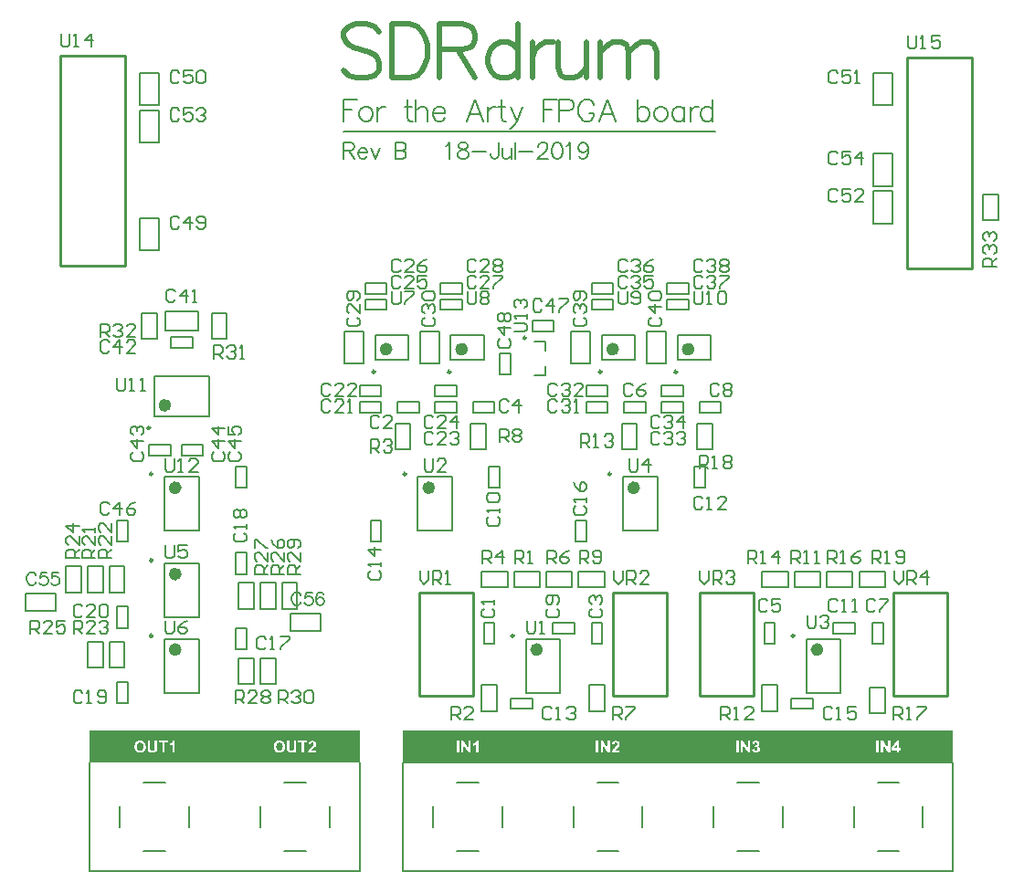
<source format=gto>
G04*
G04 #@! TF.GenerationSoftware,Altium Limited,Altium Designer,19.1.5 (86)*
G04*
G04 Layer_Color=65535*
%FSLAX25Y25*%
%MOIN*%
G70*
G01*
G75*
%ADD10C,0.00984*%
%ADD11C,0.02362*%
%ADD12C,0.01000*%
%ADD13C,0.00787*%
%ADD14C,0.01968*%
G36*
X102362Y55118D02*
X51181D01*
Y66929D01*
X74803D01*
Y66929D01*
X102362D01*
X102362Y55118D01*
D02*
G37*
G36*
X51181D02*
X39370D01*
Y66929D01*
X51181D01*
Y55118D01*
D02*
G37*
G36*
X188976Y66929D02*
X216535D01*
Y66929D01*
X240158D01*
Y66929D01*
X267717D01*
Y66929D01*
X291339D01*
Y66929D01*
X318898D01*
Y66929D01*
X342520D01*
Y66929D01*
X354331D01*
Y55118D01*
X291339D01*
D01*
D01*
X240158D01*
D01*
X216535D01*
X153543D01*
Y66929D01*
X165354D01*
Y66929D01*
X188976D01*
Y66929D01*
D02*
G37*
G36*
X137795Y55118D02*
X125984D01*
Y66929D01*
X137795D01*
Y55118D01*
D02*
G37*
G36*
X125984Y55118D02*
X102362D01*
Y66929D01*
X125984D01*
Y55118D01*
D02*
G37*
%LPC*%
G36*
X70361Y63185D02*
X69689D01*
X69630Y63041D01*
X69551Y62911D01*
X69467Y62793D01*
X69382Y62695D01*
X69297Y62610D01*
X69232Y62552D01*
X69212Y62532D01*
X69192Y62512D01*
X69179Y62506D01*
X69173Y62499D01*
X69036Y62395D01*
X68905Y62317D01*
X68787Y62245D01*
X68683Y62192D01*
X68598Y62147D01*
X68533Y62121D01*
X68507Y62114D01*
X68487Y62108D01*
X68481Y62101D01*
X68474D01*
Y62104D01*
Y58882D01*
Y61357D01*
X68696Y61441D01*
X68898Y61540D01*
X69075Y61637D01*
X69160Y61690D01*
X69232Y61742D01*
X69303Y61788D01*
X69362Y61833D01*
X69414Y61873D01*
X69460Y61905D01*
X69493Y61938D01*
X69519Y61957D01*
X69532Y61971D01*
X69538Y61977D01*
Y58882D01*
X68474D01*
X70361D01*
Y63185D01*
D02*
G37*
G36*
X63864Y63172D02*
X61361D01*
X62995D01*
Y60789D01*
Y60697D01*
Y60612D01*
X62989Y60534D01*
Y60462D01*
X62982Y60331D01*
X62976Y60233D01*
X62969Y60155D01*
X62963Y60103D01*
X62956Y60070D01*
Y60057D01*
X62937Y59979D01*
X62904Y59907D01*
X62865Y59848D01*
X62826Y59796D01*
X62793Y59750D01*
X62760Y59718D01*
X62734Y59698D01*
X62728Y59692D01*
X62649Y59639D01*
X62564Y59607D01*
X62473Y59580D01*
X62388Y59561D01*
X62303Y59548D01*
X62238Y59541D01*
X62179D01*
X62055Y59548D01*
X61937Y59567D01*
X61840Y59593D01*
X61761Y59620D01*
X61696Y59646D01*
X61650Y59672D01*
X61624Y59692D01*
X61611Y59698D01*
X61539Y59763D01*
X61487Y59829D01*
X61441Y59900D01*
X61402Y59972D01*
X61383Y60031D01*
X61363Y60077D01*
X61350Y60109D01*
Y60123D01*
X61343Y60155D01*
Y60201D01*
X61337Y60305D01*
X61330Y60423D01*
Y60540D01*
X61324Y60658D01*
Y60710D01*
Y60749D01*
Y60789D01*
Y60815D01*
Y60834D01*
Y60841D01*
Y63172D01*
X60455D01*
Y60749D01*
X60462Y60625D01*
Y60508D01*
X60468Y60403D01*
X60475Y60305D01*
X60481Y60214D01*
X60488Y60136D01*
X60494Y60064D01*
X60501Y59998D01*
X60508Y59946D01*
X60514Y59894D01*
X60520Y59861D01*
X60527Y59829D01*
X60534Y59809D01*
Y59796D01*
Y59789D01*
X60560Y59698D01*
X60599Y59613D01*
X60638Y59528D01*
X60677Y59456D01*
X60716Y59398D01*
X60749Y59352D01*
X60769Y59326D01*
X60775Y59313D01*
X60854Y59234D01*
X60932Y59156D01*
X61017Y59097D01*
X61095Y59039D01*
X61167Y58999D01*
X61226Y58967D01*
X61265Y58947D01*
X61272Y58941D01*
X61278D01*
X61343Y58914D01*
X61409Y58895D01*
X61559Y58862D01*
X61709Y58836D01*
X61859Y58823D01*
X61996Y58810D01*
X62055D01*
X62107Y58803D01*
X62205D01*
X62388Y58810D01*
X62551Y58823D01*
X62688Y58843D01*
X62806Y58869D01*
X62904Y58888D01*
X62943Y58901D01*
X62969Y58908D01*
X62995Y58914D01*
X63015Y58921D01*
X63021Y58928D01*
X63028D01*
X63139Y58980D01*
X63237Y59039D01*
X63322Y59097D01*
X63400Y59156D01*
X63453Y59202D01*
X63498Y59241D01*
X63524Y59274D01*
X63531Y59280D01*
X63596Y59365D01*
X63655Y59456D01*
X63694Y59548D01*
X63733Y59633D01*
X63759Y59711D01*
X63779Y59770D01*
X63792Y59809D01*
Y59816D01*
Y59822D01*
X63805Y59887D01*
X63818Y59959D01*
X63825Y60044D01*
X63831Y60129D01*
X63844Y60305D01*
X63857Y60488D01*
Y60573D01*
Y60651D01*
X63864Y60723D01*
Y58908D01*
Y63172D01*
D02*
G37*
G36*
X67867D02*
X64478D01*
Y62447D01*
X65738D01*
Y58882D01*
X67867D01*
Y63172D01*
D02*
G37*
G36*
X59776Y63244D02*
X55623D01*
X57693D01*
X57504Y63237D01*
X57327Y63218D01*
X57171Y63185D01*
X57033Y63159D01*
X56975Y63139D01*
X56923Y63126D01*
X56877Y63107D01*
X56838Y63094D01*
X56805Y63087D01*
X56785Y63074D01*
X56772Y63068D01*
X56766D01*
X56655Y63015D01*
X56550Y62957D01*
X56459Y62891D01*
X56374Y62826D01*
X56309Y62774D01*
X56256Y62728D01*
X56224Y62695D01*
X56211Y62682D01*
X56126Y62584D01*
X56041Y62480D01*
X55976Y62382D01*
X55917Y62290D01*
X55871Y62212D01*
X55839Y62147D01*
X55819Y62108D01*
X55812Y62101D01*
Y62094D01*
X55747Y61918D01*
X55701Y61735D01*
X55669Y61553D01*
X55649Y61376D01*
X55636Y61298D01*
Y61226D01*
X55630Y61161D01*
X55623Y61102D01*
Y60991D01*
X55630Y60802D01*
X55649Y60625D01*
X55675Y60462D01*
X55708Y60305D01*
X55754Y60162D01*
X55799Y60031D01*
X55852Y59913D01*
X55904Y59803D01*
X55956Y59705D01*
X56008Y59620D01*
X56054Y59548D01*
X56100Y59489D01*
X56132Y59443D01*
X56159Y59411D01*
X56178Y59391D01*
X56185Y59385D01*
X56296Y59280D01*
X56413Y59195D01*
X56531Y59117D01*
X56661Y59052D01*
X56785Y58993D01*
X56909Y58947D01*
X57033Y58908D01*
X57151Y58875D01*
X57262Y58849D01*
X57367Y58836D01*
X57464Y58823D01*
X57543Y58810D01*
X57608D01*
X57660Y58803D01*
X57700D01*
X57876Y58810D01*
X58039Y58829D01*
X58189Y58856D01*
X58333Y58895D01*
X58470Y58941D01*
X58594Y58986D01*
X58705Y59039D01*
X58810Y59097D01*
X58901Y59149D01*
X58979Y59202D01*
X59051Y59247D01*
X59104Y59293D01*
X59149Y59332D01*
X59182Y59359D01*
X59202Y59378D01*
X59208Y59385D01*
X59306Y59502D01*
X59397Y59626D01*
X59469Y59757D01*
X59535Y59887D01*
X59593Y60024D01*
X59639Y60162D01*
X59678Y60292D01*
X59704Y60423D01*
X59730Y60540D01*
X59743Y60658D01*
X59756Y60756D01*
X59770Y60847D01*
Y60919D01*
X59776Y60971D01*
Y61024D01*
Y61017D01*
X59770Y61206D01*
X59750Y61389D01*
X59724Y61559D01*
X59685Y61716D01*
X59645Y61860D01*
X59600Y61990D01*
X59548Y62114D01*
X59495Y62225D01*
X59437Y62323D01*
X59391Y62408D01*
X59339Y62480D01*
X59299Y62539D01*
X59260Y62591D01*
X59234Y62624D01*
X59215Y62643D01*
X59208Y62650D01*
X59097Y62754D01*
X58979Y62845D01*
X58855Y62924D01*
X58731Y62996D01*
X58607Y63048D01*
X58477Y63100D01*
X58359Y63139D01*
X58235Y63172D01*
X58124Y63192D01*
X58020Y63211D01*
X57928Y63224D01*
X57850Y63237D01*
X57784D01*
X57732Y63244D01*
X59776D01*
D02*
G37*
%LPD*%
G36*
X67867Y58882D02*
X66606D01*
Y62447D01*
X67867D01*
Y58882D01*
D02*
G37*
G36*
X57797Y62499D02*
X57889Y62493D01*
X58059Y62447D01*
X58209Y62388D01*
X58326Y62323D01*
X58379Y62290D01*
X58424Y62258D01*
X58464Y62225D01*
X58496Y62199D01*
X58522Y62173D01*
X58542Y62153D01*
X58548Y62147D01*
X58555Y62140D01*
X58614Y62068D01*
X58666Y61990D01*
X58705Y61905D01*
X58744Y61814D01*
X58803Y61631D01*
X58842Y61455D01*
X58855Y61370D01*
X58862Y61291D01*
X58875Y61220D01*
Y61161D01*
X58881Y61108D01*
Y61069D01*
Y61043D01*
Y61037D01*
X58875Y60900D01*
X58868Y60776D01*
X58849Y60651D01*
X58829Y60547D01*
X58803Y60442D01*
X58777Y60351D01*
X58744Y60266D01*
X58718Y60194D01*
X58686Y60129D01*
X58653Y60070D01*
X58627Y60024D01*
X58601Y59985D01*
X58581Y59953D01*
X58561Y59933D01*
X58555Y59920D01*
X58548Y59913D01*
X58483Y59848D01*
X58418Y59789D01*
X58346Y59744D01*
X58274Y59698D01*
X58202Y59665D01*
X58131Y59633D01*
X58000Y59587D01*
X57882Y59561D01*
X57830Y59554D01*
X57784Y59548D01*
X57752Y59541D01*
X57700D01*
X57608Y59548D01*
X57517Y59554D01*
X57432Y59574D01*
X57347Y59600D01*
X57203Y59659D01*
X57079Y59731D01*
X56981Y59796D01*
X56942Y59829D01*
X56909Y59855D01*
X56883Y59881D01*
X56864Y59900D01*
X56857Y59907D01*
X56851Y59913D01*
X56792Y59985D01*
X56740Y60070D01*
X56694Y60155D01*
X56661Y60246D01*
X56596Y60429D01*
X56557Y60612D01*
X56544Y60697D01*
X56537Y60776D01*
X56531Y60841D01*
X56524Y60906D01*
X56518Y60952D01*
Y60991D01*
Y61017D01*
Y61024D01*
X56524Y61161D01*
X56531Y61285D01*
X56550Y61402D01*
X56570Y61513D01*
X56590Y61611D01*
X56622Y61703D01*
X56648Y61788D01*
X56681Y61860D01*
X56707Y61925D01*
X56740Y61977D01*
X56766Y62029D01*
X56785Y62068D01*
X56811Y62094D01*
X56824Y62114D01*
X56831Y62127D01*
X56838Y62134D01*
X56903Y62199D01*
X56968Y62258D01*
X57040Y62304D01*
X57112Y62349D01*
X57184Y62388D01*
X57256Y62414D01*
X57393Y62460D01*
X57510Y62486D01*
X57562Y62493D01*
X57608Y62499D01*
X57647Y62506D01*
X57700D01*
X57797Y62499D01*
D02*
G37*
%LPC*%
G36*
X232650Y63175D02*
D01*
Y61980D01*
X232643Y62072D01*
X232637Y62163D01*
X232591Y62326D01*
X232532Y62470D01*
X232467Y62594D01*
X232402Y62692D01*
X232369Y62738D01*
X232343Y62770D01*
X232317Y62796D01*
X232297Y62816D01*
X232291Y62823D01*
X232284Y62829D01*
X232212Y62888D01*
X232140Y62947D01*
X232055Y62992D01*
X231977Y63032D01*
X231807Y63090D01*
X231651Y63130D01*
X231572Y63149D01*
X231507Y63156D01*
X231442Y63162D01*
X231389Y63169D01*
X231344Y63175D01*
X231181D01*
X231076Y63162D01*
X230893Y63130D01*
X230730Y63077D01*
X230658Y63051D01*
X230593Y63025D01*
X230527Y62999D01*
X230475Y62973D01*
X230430Y62947D01*
X230397Y62921D01*
X230364Y62901D01*
X230345Y62888D01*
X230332Y62881D01*
X230325Y62875D01*
X230260Y62816D01*
X230194Y62751D01*
X230142Y62679D01*
X230090Y62601D01*
X230012Y62437D01*
X229953Y62281D01*
X229927Y62202D01*
X229914Y62130D01*
X229894Y62072D01*
X229888Y62013D01*
X229874Y61967D01*
Y61935D01*
X229868Y61908D01*
Y61902D01*
X230684Y61823D01*
X230697Y61948D01*
X230717Y62059D01*
X230750Y62143D01*
X230776Y62215D01*
X230808Y62274D01*
X230828Y62307D01*
X230848Y62333D01*
X230854Y62339D01*
X230919Y62392D01*
X230985Y62431D01*
X231056Y62457D01*
X231122Y62476D01*
X231174Y62490D01*
X231226Y62496D01*
X231265D01*
X231357Y62490D01*
X231442Y62470D01*
X231514Y62450D01*
X231572Y62424D01*
X231618Y62392D01*
X231651Y62372D01*
X231670Y62353D01*
X231677Y62346D01*
X231729Y62287D01*
X231762Y62215D01*
X231788Y62143D01*
X231807Y62078D01*
X231820Y62019D01*
X231827Y61967D01*
Y61935D01*
Y61922D01*
X231820Y61830D01*
X231801Y61739D01*
X231775Y61654D01*
X231742Y61575D01*
X231709Y61510D01*
X231683Y61464D01*
X231664Y61432D01*
X231657Y61419D01*
X231631Y61379D01*
X231592Y61334D01*
X231546Y61288D01*
X231494Y61236D01*
X231383Y61118D01*
X231265Y61001D01*
X231154Y60896D01*
X231102Y60844D01*
X231063Y60805D01*
X231024Y60772D01*
X230998Y60739D01*
X230978Y60726D01*
X230972Y60720D01*
X230848Y60602D01*
X230730Y60491D01*
X230632Y60387D01*
X230534Y60289D01*
X230449Y60198D01*
X230377Y60113D01*
X230306Y60034D01*
X230247Y59962D01*
X230201Y59904D01*
X230155Y59845D01*
X230123Y59799D01*
X230090Y59760D01*
X230070Y59727D01*
X230057Y59708D01*
X230044Y59695D01*
Y59688D01*
X229966Y59545D01*
X229907Y59401D01*
X229855Y59264D01*
X229822Y59133D01*
X229796Y59029D01*
X229790Y58983D01*
X229783Y58944D01*
X229777Y58918D01*
X229770Y58892D01*
Y58872D01*
X232650D01*
Y63175D01*
D02*
G37*
G36*
X335094D02*
X332011D01*
X333873D01*
X332011Y60446D01*
Y59734D01*
X333768D01*
Y58872D01*
X334565D01*
Y59734D01*
X335094D01*
Y58872D01*
D01*
Y61379D01*
Y60452D01*
X334565D01*
Y63175D01*
X335094D01*
Y61389D01*
D01*
Y63175D01*
D02*
G37*
G36*
X280301Y63201D02*
X278740D01*
X279498D01*
Y60322D01*
X277729Y63201D01*
X276893D01*
Y58911D01*
X278347D01*
X277696D01*
Y61726D01*
X279433Y58911D01*
X280301D01*
Y63201D01*
D02*
G37*
G36*
X178295Y63162D02*
X176733D01*
X177492D01*
Y60282D01*
X175722Y63162D01*
X174886D01*
Y58872D01*
X176341D01*
X175690D01*
Y61686D01*
X177427Y58872D01*
X178295D01*
Y63162D01*
D02*
G37*
G36*
X229143Y63162D02*
X227582D01*
X228340D01*
Y60282D01*
X226570Y63162D01*
X225734D01*
Y58872D01*
X227189D01*
X226538D01*
Y61686D01*
X228275Y58872D01*
X229143D01*
Y63162D01*
D02*
G37*
G36*
X331424D02*
X329862D01*
X330621D01*
Y60282D01*
X328851Y63162D01*
X328015D01*
Y58872D01*
X329470D01*
X328818D01*
Y61686D01*
X330555Y58872D01*
X331424D01*
Y63162D01*
D02*
G37*
G36*
X282443Y63214D02*
X282384D01*
X282254Y63208D01*
X282130Y63195D01*
X282025Y63169D01*
X281927Y63149D01*
X281849Y63123D01*
X281790Y63097D01*
X281751Y63084D01*
X281745Y63077D01*
X281738D01*
X281640Y63025D01*
X281549Y62966D01*
X281477Y62907D01*
X281412Y62849D01*
X281359Y62790D01*
X281327Y62751D01*
X281300Y62725D01*
X281294Y62712D01*
X281242Y62620D01*
X281189Y62516D01*
X281150Y62411D01*
X281118Y62313D01*
X281091Y62222D01*
X281072Y62150D01*
X281065Y62124D01*
Y62104D01*
X281059Y62091D01*
Y62085D01*
X281816Y61961D01*
X281829Y62059D01*
X281856Y62143D01*
X281882Y62215D01*
X281914Y62281D01*
X281947Y62326D01*
X281966Y62359D01*
X281986Y62379D01*
X281993Y62385D01*
X282051Y62437D01*
X282117Y62470D01*
X282175Y62496D01*
X282234Y62516D01*
X282287Y62529D01*
X282326Y62535D01*
X282358D01*
X282437Y62529D01*
X282508Y62516D01*
X282567Y62496D01*
X282620Y62470D01*
X282659Y62444D01*
X282685Y62424D01*
X282704Y62411D01*
X282711Y62405D01*
X282757Y62353D01*
X282789Y62294D01*
X282809Y62235D01*
X282828Y62183D01*
X282835Y62137D01*
X282842Y62098D01*
Y62065D01*
Y62059D01*
X282835Y61967D01*
X282815Y61889D01*
X282783Y61817D01*
X282750Y61758D01*
X282717Y61712D01*
X282685Y61673D01*
X282665Y61654D01*
X282659Y61647D01*
X282587Y61602D01*
X282502Y61562D01*
X282417Y61536D01*
X282339Y61523D01*
X282267Y61517D01*
X282202Y61510D01*
X282149D01*
X282058Y60844D01*
X282136Y60864D01*
X282208Y60883D01*
X282273Y60896D01*
X282326Y60903D01*
X282371Y60909D01*
X282430D01*
X282515Y60903D01*
X282593Y60883D01*
X282665Y60851D01*
X282724Y60818D01*
X282776Y60785D01*
X282809Y60753D01*
X282835Y60733D01*
X282842Y60726D01*
X282900Y60655D01*
X282940Y60570D01*
X282972Y60491D01*
X282992Y60413D01*
X283005Y60341D01*
X283011Y60282D01*
Y60243D01*
Y60237D01*
Y60230D01*
X283005Y60113D01*
X282985Y60008D01*
X282953Y59917D01*
X282926Y59838D01*
X282894Y59780D01*
X282861Y59741D01*
X282842Y59708D01*
X282835Y59701D01*
X282763Y59636D01*
X282691Y59590D01*
X282620Y59558D01*
X282554Y59538D01*
X282495Y59525D01*
X282450Y59512D01*
X282404D01*
X282319Y59518D01*
X282241Y59538D01*
X282175Y59564D01*
X282117Y59590D01*
X282065Y59616D01*
X282032Y59642D01*
X282006Y59662D01*
X281999Y59669D01*
X281940Y59734D01*
X281895Y59812D01*
X281862Y59891D01*
X281836Y59962D01*
X281816Y60034D01*
X281803Y60087D01*
X281797Y60126D01*
Y60132D01*
Y60139D01*
X281000Y60041D01*
X281013Y59943D01*
X281033Y59845D01*
X281091Y59675D01*
X281163Y59525D01*
X281242Y59401D01*
X281281Y59349D01*
X281313Y59303D01*
X281346Y59257D01*
X281379Y59225D01*
X281405Y59198D01*
X281424Y59179D01*
X281431Y59172D01*
X281438Y59166D01*
X281509Y59107D01*
X281588Y59055D01*
X281673Y59009D01*
X281751Y58976D01*
X281914Y58911D01*
X282071Y58872D01*
X282136Y58859D01*
X282202Y58852D01*
X282260Y58846D01*
X282313Y58839D01*
X282352Y58833D01*
X281000D01*
X282411D01*
X282522Y58839D01*
X282633Y58852D01*
X282731Y58872D01*
X282828Y58898D01*
X282920Y58924D01*
X283005Y58957D01*
X283083Y58996D01*
X283155Y59035D01*
X283220Y59068D01*
X283273Y59107D01*
X283325Y59140D01*
X283364Y59172D01*
X283397Y59192D01*
X283416Y59211D01*
X283429Y59225D01*
X283436Y59231D01*
X283508Y59310D01*
X283573Y59388D01*
X283632Y59466D01*
X283677Y59551D01*
X283717Y59629D01*
X283749Y59708D01*
X283802Y59858D01*
X283821Y59930D01*
X283834Y59995D01*
X283841Y60047D01*
X283847Y60100D01*
X283854Y60139D01*
Y59179D01*
Y60191D01*
X283847Y60335D01*
X283821Y60459D01*
X283782Y60576D01*
X283743Y60674D01*
X283703Y60753D01*
X283664Y60811D01*
X283638Y60844D01*
X283632Y60857D01*
X283540Y60948D01*
X283449Y61027D01*
X283351Y61092D01*
X283253Y61138D01*
X283175Y61171D01*
X283103Y61197D01*
X283077Y61203D01*
X283064D01*
X283050Y61210D01*
X283044D01*
X283155Y61275D01*
X283246Y61347D01*
X283331Y61419D01*
X283403Y61497D01*
X283462Y61569D01*
X283514Y61647D01*
X283553Y61719D01*
X283586Y61791D01*
X283612Y61856D01*
X283632Y61915D01*
X283645Y61967D01*
X283658Y62019D01*
Y62059D01*
X283664Y62085D01*
Y62104D01*
Y62111D01*
Y62183D01*
X283651Y62255D01*
X283619Y62392D01*
X283566Y62509D01*
X283514Y62614D01*
X283455Y62705D01*
X283403Y62770D01*
X283383Y62790D01*
X283370Y62810D01*
X283364Y62816D01*
X283357Y62823D01*
X283286Y62894D01*
X283214Y62953D01*
X283129Y63006D01*
X283050Y63051D01*
X282972Y63090D01*
X282887Y63117D01*
X282737Y63169D01*
X282665Y63182D01*
X282593Y63195D01*
X282535Y63201D01*
X282482Y63208D01*
X282443Y63214D01*
D02*
G37*
G36*
X276070Y63201D02*
X275202D01*
Y58911D01*
X276070D01*
Y63201D01*
D02*
G37*
G36*
X181136Y63175D02*
X179248D01*
D01*
X180463D01*
X180404Y63032D01*
X180326Y62901D01*
X180241Y62783D01*
X180156Y62686D01*
X180071Y62601D01*
X180006Y62542D01*
X179986Y62522D01*
X179967Y62503D01*
X179954Y62496D01*
X179947Y62490D01*
X179810Y62385D01*
X179679Y62307D01*
X179562Y62235D01*
X179457Y62183D01*
X179373Y62137D01*
X179307Y62111D01*
X179281Y62104D01*
X179262Y62098D01*
X179255Y62091D01*
X179248D01*
Y61347D01*
X179471Y61432D01*
X179673Y61530D01*
X179849Y61628D01*
X179934Y61680D01*
X180006Y61732D01*
X180078Y61778D01*
X180137Y61824D01*
X180189Y61863D01*
X180235Y61895D01*
X180267Y61928D01*
X180293Y61948D01*
X180306Y61961D01*
X180313Y61967D01*
Y58872D01*
X181136D01*
Y63175D01*
D02*
G37*
G36*
X174064Y63162D02*
X173195D01*
Y58872D01*
X174064D01*
Y63162D01*
D02*
G37*
G36*
X224912Y63162D02*
X224043D01*
Y58872D01*
X224912D01*
Y63162D01*
D02*
G37*
G36*
X327192D02*
X326324D01*
Y58872D01*
X327192D01*
Y63162D01*
D02*
G37*
%LPD*%
G36*
X232650Y59636D02*
X231011D01*
X231063Y59721D01*
X231122Y59786D01*
X231141Y59819D01*
X231161Y59838D01*
X231174Y59851D01*
X231181Y59858D01*
X231207Y59884D01*
X231233Y59910D01*
X231305Y59982D01*
X231383Y60060D01*
X231468Y60139D01*
X231546Y60217D01*
X231611Y60276D01*
X231631Y60302D01*
X231651Y60322D01*
X231664Y60328D01*
X231670Y60335D01*
X231807Y60459D01*
X231918Y60570D01*
X232016Y60668D01*
X232088Y60746D01*
X232147Y60805D01*
X232186Y60851D01*
X232206Y60877D01*
X232212Y60883D01*
X232291Y60988D01*
X232362Y61086D01*
X232421Y61177D01*
X232467Y61262D01*
X232500Y61327D01*
X232526Y61379D01*
X232539Y61412D01*
X232545Y61425D01*
X232578Y61523D01*
X232604Y61628D01*
X232624Y61719D01*
X232637Y61804D01*
X232643Y61876D01*
X232650Y61935D01*
Y59636D01*
D02*
G37*
G36*
X333768Y60452D02*
X332775D01*
X333768Y61922D01*
Y60452D01*
D02*
G37*
%LPC*%
G36*
X114712Y63172D02*
X111303D01*
Y60749D01*
X111310Y60625D01*
Y60508D01*
X111316Y60403D01*
X111323Y60305D01*
X111329Y60214D01*
X111336Y60136D01*
X111343Y60064D01*
X111349Y59998D01*
X111355Y59946D01*
X111362Y59894D01*
X111369Y59861D01*
X111375Y59829D01*
X111382Y59809D01*
Y59796D01*
Y59789D01*
X111408Y59698D01*
X111447Y59613D01*
X111486Y59528D01*
X111525Y59456D01*
X111565Y59398D01*
X111597Y59352D01*
X111617Y59326D01*
X111623Y59313D01*
X111702Y59234D01*
X111780Y59156D01*
X111865Y59097D01*
X111943Y59039D01*
X112015Y58999D01*
X112074Y58967D01*
X112113Y58947D01*
X112120Y58941D01*
X112126D01*
X112191Y58914D01*
X112257Y58895D01*
X112407Y58862D01*
X112557Y58836D01*
X112707Y58823D01*
X112844Y58810D01*
X112903D01*
X112955Y58803D01*
X113053D01*
X113236Y58810D01*
X113399Y58823D01*
X113537Y58843D01*
X113654Y58869D01*
X113752Y58888D01*
X113791Y58901D01*
X113817Y58908D01*
X113844Y58914D01*
X113863Y58921D01*
X113870Y58928D01*
X113876D01*
X113987Y58980D01*
X114085Y59039D01*
X114170Y59097D01*
X114248Y59156D01*
X114301Y59202D01*
X114346Y59241D01*
X114372Y59274D01*
X114379Y59280D01*
X114444Y59365D01*
X114503Y59456D01*
X114542Y59548D01*
X114581Y59633D01*
X114608Y59711D01*
X114627Y59770D01*
X114640Y59809D01*
Y59816D01*
Y59822D01*
X114653Y59887D01*
X114666Y59959D01*
X114673Y60044D01*
X114679Y60129D01*
X114692Y60305D01*
X114705Y60488D01*
Y60573D01*
Y60651D01*
X114712Y60723D01*
Y58908D01*
Y63172D01*
D02*
G37*
G36*
X120569Y63185D02*
X120406D01*
X120302Y63172D01*
X120119Y63139D01*
X119956Y63087D01*
X119884Y63061D01*
X119818Y63035D01*
X119753Y63009D01*
X119701Y62983D01*
X119655Y62957D01*
X119623Y62930D01*
X119590Y62911D01*
X119570Y62898D01*
X119557Y62891D01*
X119551Y62885D01*
X119485Y62826D01*
X119420Y62761D01*
X119368Y62689D01*
X119316Y62610D01*
X119237Y62447D01*
X119178Y62290D01*
X119152Y62212D01*
X119139Y62140D01*
X119120Y62081D01*
X119113Y62023D01*
X119100Y61977D01*
Y61944D01*
X119094Y61918D01*
Y61912D01*
X119910Y61833D01*
X119923Y61957D01*
X119942Y62068D01*
X119975Y62153D01*
X120001Y62225D01*
X120034Y62284D01*
X120054Y62317D01*
X120073Y62343D01*
X120080Y62349D01*
X120145Y62401D01*
X120210Y62441D01*
X120282Y62467D01*
X120347Y62486D01*
X120400Y62499D01*
X120452Y62506D01*
X120491D01*
X120582Y62499D01*
X120667Y62480D01*
X120739Y62460D01*
X120798Y62434D01*
X120844Y62401D01*
X120876Y62382D01*
X120896Y62362D01*
X120902Y62356D01*
X120955Y62297D01*
X120987Y62225D01*
X121013Y62153D01*
X121033Y62088D01*
X121046Y62029D01*
X121053Y61977D01*
Y61944D01*
Y61931D01*
X121046Y61840D01*
X121027Y61748D01*
X121000Y61664D01*
X120968Y61585D01*
X120935Y61520D01*
X120909Y61474D01*
X120889Y61441D01*
X120883Y61428D01*
X120857Y61389D01*
X120817Y61344D01*
X120772Y61298D01*
X120720Y61246D01*
X120609Y61128D01*
X120491Y61011D01*
X120380Y60906D01*
X120328Y60854D01*
X120289Y60815D01*
X120249Y60782D01*
X120223Y60749D01*
X120204Y60736D01*
X120197Y60730D01*
X120073Y60612D01*
X119956Y60501D01*
X119858Y60397D01*
X119760Y60299D01*
X119675Y60207D01*
X119603Y60123D01*
X119531Y60044D01*
X119472Y59972D01*
X119427Y59913D01*
X119381Y59855D01*
X119348Y59809D01*
X119316Y59770D01*
X119296Y59737D01*
X119283Y59718D01*
X119270Y59705D01*
Y59698D01*
X119192Y59554D01*
X119133Y59411D01*
X119080Y59274D01*
X119048Y59143D01*
X119022Y59039D01*
X119015Y58993D01*
X119009Y58954D01*
X119002Y58928D01*
X118996Y58901D01*
Y58882D01*
X121875D01*
Y61585D01*
Y59646D01*
X120236D01*
X120289Y59731D01*
X120347Y59796D01*
X120367Y59829D01*
X120387Y59848D01*
X120400Y59861D01*
X120406Y59868D01*
X120432Y59894D01*
X120458Y59920D01*
X120530Y59992D01*
X120609Y60070D01*
X120694Y60149D01*
X120772Y60227D01*
X120837Y60286D01*
X120857Y60312D01*
X120876Y60331D01*
X120889Y60338D01*
X120896Y60344D01*
X121033Y60469D01*
X121144Y60580D01*
X121242Y60677D01*
X121314Y60756D01*
X121373Y60815D01*
X121412Y60860D01*
X121431Y60887D01*
X121438Y60893D01*
X121516Y60997D01*
X121588Y61095D01*
X121647Y61187D01*
X121693Y61272D01*
X121725Y61337D01*
X121751Y61389D01*
X121764Y61422D01*
X121771Y61435D01*
X121803Y61533D01*
X121830Y61637D01*
X121849Y61729D01*
X121862Y61814D01*
X121869Y61886D01*
X121875Y61944D01*
Y61990D01*
X121869Y62081D01*
X121862Y62173D01*
X121817Y62336D01*
X121758Y62480D01*
X121693Y62604D01*
X121627Y62702D01*
X121595Y62748D01*
X121569Y62780D01*
X121542Y62806D01*
X121523Y62826D01*
X121516Y62832D01*
X121510Y62839D01*
X121438Y62898D01*
X121366Y62957D01*
X121281Y63002D01*
X121203Y63041D01*
X121033Y63100D01*
X120876Y63139D01*
X120798Y63159D01*
X120733Y63165D01*
X120667Y63172D01*
X120615Y63178D01*
X120569Y63185D01*
D02*
G37*
G36*
X118715Y63172D02*
X115326D01*
Y62447D01*
X116586D01*
Y58882D01*
X118715D01*
Y63172D01*
D02*
G37*
G36*
X110624Y63244D02*
X106471D01*
X108541D01*
X108352Y63237D01*
X108175Y63218D01*
X108019Y63185D01*
X107882Y63159D01*
X107823Y63139D01*
X107771Y63126D01*
X107725Y63107D01*
X107686Y63094D01*
X107653Y63087D01*
X107633Y63074D01*
X107620Y63068D01*
X107614D01*
X107503Y63015D01*
X107398Y62957D01*
X107307Y62891D01*
X107222Y62826D01*
X107157Y62774D01*
X107105Y62728D01*
X107072Y62695D01*
X107059Y62682D01*
X106974Y62584D01*
X106889Y62480D01*
X106824Y62382D01*
X106765Y62290D01*
X106719Y62212D01*
X106687Y62147D01*
X106667Y62108D01*
X106660Y62101D01*
Y62094D01*
X106595Y61918D01*
X106550Y61735D01*
X106517Y61553D01*
X106497Y61376D01*
X106484Y61298D01*
Y61226D01*
X106478Y61161D01*
X106471Y61102D01*
Y60991D01*
X106478Y60802D01*
X106497Y60625D01*
X106523Y60462D01*
X106556Y60305D01*
X106602Y60162D01*
X106647Y60031D01*
X106700Y59913D01*
X106752Y59803D01*
X106804Y59705D01*
X106856Y59620D01*
X106902Y59548D01*
X106948Y59489D01*
X106980Y59443D01*
X107007Y59411D01*
X107026Y59391D01*
X107033Y59385D01*
X107144Y59280D01*
X107261Y59195D01*
X107379Y59117D01*
X107509Y59052D01*
X107633Y58993D01*
X107757Y58947D01*
X107882Y58908D01*
X107999Y58875D01*
X108110Y58849D01*
X108215Y58836D01*
X108313Y58823D01*
X108391Y58810D01*
X108456D01*
X108509Y58803D01*
X108548D01*
X108724Y58810D01*
X108887Y58829D01*
X109037Y58856D01*
X109181Y58895D01*
X109318Y58941D01*
X109442Y58986D01*
X109553Y59039D01*
X109658Y59097D01*
X109749Y59149D01*
X109827Y59202D01*
X109899Y59247D01*
X109952Y59293D01*
X109997Y59332D01*
X110030Y59359D01*
X110049Y59378D01*
X110056Y59385D01*
X110154Y59502D01*
X110246Y59626D01*
X110317Y59757D01*
X110383Y59887D01*
X110441Y60024D01*
X110487Y60162D01*
X110526Y60292D01*
X110552Y60423D01*
X110579Y60540D01*
X110591Y60658D01*
X110605Y60756D01*
X110618Y60847D01*
Y60919D01*
X110624Y60971D01*
Y61024D01*
Y61017D01*
X110618Y61206D01*
X110598Y61389D01*
X110572Y61559D01*
X110533Y61716D01*
X110494Y61860D01*
X110448Y61990D01*
X110396Y62114D01*
X110343Y62225D01*
X110285Y62323D01*
X110239Y62408D01*
X110187Y62480D01*
X110148Y62539D01*
X110108Y62591D01*
X110082Y62624D01*
X110063Y62643D01*
X110056Y62650D01*
X109945Y62754D01*
X109827Y62845D01*
X109704Y62924D01*
X109579Y62996D01*
X109455Y63048D01*
X109325Y63100D01*
X109207Y63139D01*
X109083Y63172D01*
X108972Y63192D01*
X108868Y63211D01*
X108776Y63224D01*
X108698Y63237D01*
X108633D01*
X108580Y63244D01*
X110624D01*
D02*
G37*
%LPD*%
G36*
X113844Y60789D02*
Y60697D01*
Y60612D01*
X113837Y60534D01*
Y60462D01*
X113830Y60331D01*
X113824Y60233D01*
X113817Y60155D01*
X113811Y60103D01*
X113804Y60070D01*
Y60057D01*
X113785Y59979D01*
X113752Y59907D01*
X113713Y59848D01*
X113674Y59796D01*
X113641Y59750D01*
X113608Y59718D01*
X113582Y59698D01*
X113576Y59692D01*
X113497Y59639D01*
X113412Y59607D01*
X113321Y59580D01*
X113236Y59561D01*
X113151Y59548D01*
X113086Y59541D01*
X113027D01*
X112903Y59548D01*
X112786Y59567D01*
X112688Y59593D01*
X112609Y59620D01*
X112544Y59646D01*
X112498Y59672D01*
X112472Y59692D01*
X112459Y59698D01*
X112387Y59763D01*
X112335Y59829D01*
X112289Y59900D01*
X112250Y59972D01*
X112231Y60031D01*
X112211Y60077D01*
X112198Y60109D01*
Y60123D01*
X112191Y60155D01*
Y60201D01*
X112185Y60305D01*
X112178Y60423D01*
Y60540D01*
X112172Y60658D01*
Y60710D01*
Y60749D01*
Y60789D01*
Y60815D01*
Y60834D01*
Y60841D01*
Y63172D01*
X113844D01*
Y60789D01*
D02*
G37*
G36*
X118715Y58882D02*
X117455D01*
Y62447D01*
X118715D01*
Y58882D01*
D02*
G37*
G36*
X108646Y62499D02*
X108737Y62493D01*
X108907Y62447D01*
X109057Y62388D01*
X109175Y62323D01*
X109227Y62290D01*
X109273Y62258D01*
X109312Y62225D01*
X109344Y62199D01*
X109370Y62173D01*
X109390Y62153D01*
X109397Y62147D01*
X109403Y62140D01*
X109462Y62068D01*
X109514Y61990D01*
X109553Y61905D01*
X109592Y61814D01*
X109651Y61631D01*
X109690Y61455D01*
X109704Y61370D01*
X109710Y61291D01*
X109723Y61220D01*
Y61161D01*
X109730Y61108D01*
Y61069D01*
Y61043D01*
Y61037D01*
X109723Y60900D01*
X109716Y60776D01*
X109697Y60651D01*
X109677Y60547D01*
X109651Y60442D01*
X109625Y60351D01*
X109592Y60266D01*
X109566Y60194D01*
X109534Y60129D01*
X109501Y60070D01*
X109475Y60024D01*
X109449Y59985D01*
X109429Y59953D01*
X109410Y59933D01*
X109403Y59920D01*
X109397Y59913D01*
X109331Y59848D01*
X109266Y59789D01*
X109194Y59744D01*
X109122Y59698D01*
X109051Y59665D01*
X108979Y59633D01*
X108848Y59587D01*
X108730Y59561D01*
X108678Y59554D01*
X108633Y59548D01*
X108600Y59541D01*
X108548D01*
X108456Y59548D01*
X108365Y59554D01*
X108280Y59574D01*
X108195Y59600D01*
X108051Y59659D01*
X107927Y59731D01*
X107829Y59796D01*
X107790Y59829D01*
X107757Y59855D01*
X107731Y59881D01*
X107712Y59900D01*
X107705Y59907D01*
X107699Y59913D01*
X107640Y59985D01*
X107588Y60070D01*
X107542Y60155D01*
X107509Y60246D01*
X107444Y60429D01*
X107405Y60612D01*
X107392Y60697D01*
X107385Y60776D01*
X107379Y60841D01*
X107372Y60906D01*
X107366Y60952D01*
Y60991D01*
Y61017D01*
Y61024D01*
X107372Y61161D01*
X107379Y61285D01*
X107398Y61402D01*
X107418Y61513D01*
X107438Y61611D01*
X107470Y61703D01*
X107496Y61788D01*
X107529Y61860D01*
X107555Y61925D01*
X107588Y61977D01*
X107614Y62029D01*
X107633Y62068D01*
X107660Y62094D01*
X107673Y62114D01*
X107679Y62127D01*
X107686Y62134D01*
X107751Y62199D01*
X107816Y62258D01*
X107888Y62304D01*
X107960Y62349D01*
X108032Y62388D01*
X108104Y62414D01*
X108241Y62460D01*
X108358Y62486D01*
X108411Y62493D01*
X108456Y62499D01*
X108495Y62506D01*
X108548D01*
X108646Y62499D01*
D02*
G37*
D10*
X229528Y160551D02*
G03*
X229528Y160551I-492J0D01*
G01*
X154724Y160551D02*
G03*
X154724Y160551I-492J0D01*
G01*
X194095Y101496D02*
G03*
X194095Y101496I-492J0D01*
G01*
X198524Y210236D02*
G03*
X198524Y210236I-492J0D01*
G01*
X296457Y101496D02*
G03*
X296457Y101496I-492J0D01*
G01*
X61319Y177362D02*
G03*
X61319Y177362I-492J0D01*
G01*
X62205Y160551D02*
G03*
X62205Y160551I-492J0D01*
G01*
X62205Y129055D02*
G03*
X62205Y129055I-492J0D01*
G01*
Y101496D02*
G03*
X62205Y101496I-492J0D01*
G01*
X253642Y197835D02*
G03*
X253642Y197835I-492J0D01*
G01*
X226083D02*
G03*
X226083Y197835I-492J0D01*
G01*
X170965D02*
G03*
X170965Y197835I-492J0D01*
G01*
X143405D02*
G03*
X143405Y197835I-492J0D01*
G01*
D11*
X238976Y155512D02*
G03*
X238976Y155512I-1181J0D01*
G01*
X164173Y155512D02*
G03*
X164173Y155512I-1181J0D01*
G01*
X203543Y96457D02*
G03*
X203543Y96457I-1181J0D01*
G01*
X305906D02*
G03*
X305906Y96457I-1181J0D01*
G01*
X67913Y185630D02*
G03*
X67913Y185630I-1181J0D01*
G01*
X71653Y155512D02*
G03*
X71653Y155512I-1181J0D01*
G01*
X71653Y124016D02*
G03*
X71653Y124016I-1181J0D01*
G01*
Y96457D02*
G03*
X71653Y96457I-1181J0D01*
G01*
X258858Y206102D02*
G03*
X258858Y206102I-1181J0D01*
G01*
X231299D02*
G03*
X231299Y206102I-1181J0D01*
G01*
X176181D02*
G03*
X176181Y206102I-1181J0D01*
G01*
X148622D02*
G03*
X148622Y206102I-1181J0D01*
G01*
D12*
X332677Y79724D02*
Y117126D01*
X352362D01*
Y79724D02*
Y117126D01*
X332677Y79724D02*
X352362D01*
X261811D02*
Y117126D01*
X281496D01*
Y79724D02*
Y117126D01*
X261811Y79724D02*
X281496D01*
X230315D02*
Y117126D01*
X250000D01*
Y79724D02*
Y117126D01*
X230315Y79724D02*
X250000D01*
X159449D02*
Y117126D01*
X179134D01*
Y79724D02*
Y117126D01*
X159449Y79724D02*
X179134D01*
X28543Y313307D02*
X52165D01*
X28543Y236535D02*
X52165D01*
Y313307D01*
X28543Y236535D02*
Y313307D01*
X337598Y235748D02*
X361221D01*
X337598Y312520D02*
X361221D01*
X337598Y235748D02*
Y312520D01*
X361221Y235748D02*
Y312520D01*
D13*
X15854Y110524D02*
Y116823D01*
Y110524D02*
X26878D01*
Y116823D01*
X15854D02*
X26878D01*
X123622Y103150D02*
Y109449D01*
X112598D02*
X123622D01*
X112598Y103150D02*
Y109449D01*
Y103150D02*
X123622D01*
X233858Y139764D02*
Y159449D01*
X246457Y139764D02*
Y159449D01*
X233858D02*
X246457D01*
X233858Y139764D02*
X246457D01*
X159055Y139764D02*
Y159449D01*
X171653Y139764D02*
Y159449D01*
X159055D02*
X171653D01*
X159055Y139764D02*
X171653D01*
X365354Y253150D02*
X370866D01*
Y262598D01*
X365354D02*
X370866D01*
X365354Y253150D02*
Y262598D01*
X110236Y22835D02*
X118110D01*
X101575Y31496D02*
Y39370D01*
X110236Y48031D02*
X118110D01*
X126772Y31496D02*
Y39370D01*
X75591Y31496D02*
Y39370D01*
X59055Y48031D02*
X66929D01*
X50394Y31496D02*
Y39370D01*
X59055Y22835D02*
X66929D01*
X326772Y22835D02*
X334646D01*
X318110Y31496D02*
Y39370D01*
X326772Y48031D02*
X334646D01*
X343307Y31496D02*
Y39370D01*
X292126Y31496D02*
Y39370D01*
X275591Y48031D02*
X283465D01*
X266929Y31496D02*
Y39370D01*
X275591Y22835D02*
X283465D01*
X224410D02*
X232283D01*
X215748Y31496D02*
Y39370D01*
X224410Y48031D02*
X232283D01*
X240945Y31496D02*
Y39370D01*
X189764Y31496D02*
Y39370D01*
X173228Y48031D02*
X181102D01*
X164567Y31496D02*
Y39370D01*
X173228Y22835D02*
X181102D01*
X255906Y183071D02*
Y187008D01*
X248031D02*
X255906D01*
X248031Y183071D02*
Y187008D01*
Y183071D02*
X255906D01*
X255906Y188976D02*
Y192913D01*
X248031D02*
X255906D01*
X248031Y188976D02*
Y192913D01*
Y188976D02*
X255906D01*
X259842Y155512D02*
X263779D01*
Y163386D01*
X259842D02*
X263779D01*
X259842Y155512D02*
Y163386D01*
X318543Y102362D02*
Y106299D01*
X310669D02*
X318543D01*
X310669Y102362D02*
Y106299D01*
Y102362D02*
X318543D01*
X324803Y98425D02*
X328740D01*
Y106299D01*
X324803D02*
X328740D01*
X324803Y98425D02*
Y106299D01*
X324016Y82579D02*
X329528D01*
X324016Y73130D02*
Y82579D01*
Y73130D02*
X329528D01*
Y82579D01*
X284646Y83465D02*
X290158D01*
X284646Y74016D02*
Y83465D01*
Y74016D02*
X290158D01*
Y83465D01*
X285433Y98425D02*
X289370D01*
Y106299D01*
X285433D02*
X289370D01*
X285433Y98425D02*
Y106299D01*
X216181Y102362D02*
Y106299D01*
X208307D02*
X216181D01*
X208307Y102362D02*
Y106299D01*
Y102362D02*
X216181D01*
X222441Y98425D02*
X226378D01*
Y106299D01*
X222441D02*
X226378D01*
X222441Y98425D02*
Y106299D01*
X221654Y83465D02*
X227165D01*
X221654Y74016D02*
Y83465D01*
Y74016D02*
X227165D01*
Y83465D01*
X182283D02*
X187795D01*
X182283Y74016D02*
Y83465D01*
Y74016D02*
X187795D01*
Y83465D01*
X183071Y98425D02*
X187008D01*
Y106299D01*
X183071D02*
X187008D01*
X183071Y98425D02*
Y106299D01*
X198425Y80709D02*
Y100394D01*
X211024Y80709D02*
Y100394D01*
X198425D02*
X211024D01*
X198425Y80709D02*
X211024D01*
X295276Y74803D02*
Y78740D01*
Y74803D02*
X303150D01*
Y78740D01*
X295276D02*
X303150D01*
X192913Y74803D02*
Y78740D01*
Y74803D02*
X200787D01*
Y78740D01*
X192913D02*
X200787D01*
X216535Y143701D02*
X220472D01*
X216535Y135827D02*
Y143701D01*
Y135827D02*
X220472D01*
Y143701D01*
X141732D02*
X145669D01*
X141732Y135827D02*
Y143701D01*
Y135827D02*
X145669D01*
Y143701D01*
X242126Y183071D02*
Y187008D01*
X234252D02*
X242126D01*
X234252Y183071D02*
Y187008D01*
Y183071D02*
X242126D01*
X233465Y169587D02*
X238976D01*
Y179035D01*
X233465D02*
X238976D01*
X233465Y169587D02*
Y179035D01*
X269685Y183071D02*
Y187008D01*
X261811D02*
X269685D01*
X261811Y183071D02*
Y187008D01*
Y183071D02*
X269685D01*
X261024Y169587D02*
X266535D01*
Y179035D01*
X261024D02*
X266535D01*
X261024Y169587D02*
Y179035D01*
X228346Y183071D02*
Y187008D01*
X220472D02*
X228346D01*
X220472Y183071D02*
Y187008D01*
Y183071D02*
X228346D01*
Y188976D02*
Y192913D01*
X220472D02*
X228346D01*
X220472Y188976D02*
Y192913D01*
Y188976D02*
X228346D01*
X185039Y155512D02*
X188976D01*
Y163386D01*
X185039D02*
X188976D01*
X185039Y155512D02*
Y163386D01*
X178347Y169587D02*
X183858D01*
Y179035D01*
X178347D02*
X183858D01*
X178347Y169587D02*
Y179035D01*
X187008Y183071D02*
Y187008D01*
X179134D02*
X187008D01*
X179134Y183071D02*
Y187008D01*
Y183071D02*
X187008D01*
X173228Y183071D02*
Y187008D01*
X165354D02*
X173228D01*
X165354Y183071D02*
Y187008D01*
Y183071D02*
X173228D01*
Y188976D02*
Y192913D01*
X165354D02*
X173228D01*
X165354Y188976D02*
Y192913D01*
Y188976D02*
X173228D01*
X159449Y183071D02*
Y187008D01*
X151575D02*
X159449D01*
X151575Y183071D02*
Y187008D01*
Y183071D02*
X159449D01*
X150787Y169587D02*
X156299D01*
Y179035D01*
X150787D02*
X156299D01*
X150787Y169587D02*
Y179035D01*
X145669Y183071D02*
Y187008D01*
X137795D02*
X145669D01*
X137795Y183071D02*
Y187008D01*
Y183071D02*
X145669D01*
X145669Y188976D02*
Y192913D01*
X137795D02*
X145669D01*
X137795Y188976D02*
Y192913D01*
Y188976D02*
X145669D01*
X205512Y196653D02*
Y199902D01*
X201575Y196653D02*
X205512D01*
Y205610D02*
Y208858D01*
X201575D02*
X205512D01*
X188976Y196850D02*
X192913D01*
Y204724D01*
X188976D02*
X192913D01*
X188976Y196850D02*
Y204724D01*
X242520Y200787D02*
X249606D01*
X242520Y212598D02*
X249606D01*
X242520Y200787D02*
Y212598D01*
X249606Y200787D02*
Y212598D01*
X214961Y200787D02*
X222047D01*
X214961Y212598D02*
X222047D01*
X214961Y200787D02*
Y212598D01*
X222047Y200787D02*
Y212598D01*
X159843Y200787D02*
X166929D01*
X159843Y212598D02*
X166929D01*
X159843Y200787D02*
Y212598D01*
X166929Y200787D02*
Y212598D01*
X132283Y200787D02*
X139370D01*
X132283Y212598D02*
X139370D01*
X132283Y200787D02*
Y212598D01*
X139370Y200787D02*
Y212598D01*
X49213Y143701D02*
X53150D01*
X49213Y135827D02*
Y143701D01*
Y135827D02*
X53150D01*
Y143701D01*
X300787Y80709D02*
Y100394D01*
X313386Y80709D02*
Y100394D01*
X300787D02*
X313386D01*
X300787Y80709D02*
X313386D01*
X296457Y119291D02*
Y124803D01*
Y119291D02*
X305906D01*
Y124803D01*
X296457D02*
X305906D01*
X329528Y119291D02*
Y124803D01*
X320079D02*
X329528D01*
X320079Y119291D02*
Y124803D01*
Y119291D02*
X329528D01*
X284646D02*
Y124803D01*
Y119291D02*
X294094D01*
Y124803D01*
X284646D02*
X294094D01*
X68898Y206693D02*
Y210630D01*
Y206693D02*
X76772D01*
Y210630D01*
X68898D02*
X76772D01*
X82874Y181693D02*
Y196260D01*
X62795Y181693D02*
Y196260D01*
X82874D01*
X62795Y181693D02*
X82874D01*
X58268Y219291D02*
X63779D01*
X58268Y209842D02*
Y219291D01*
Y209842D02*
X63779D01*
Y219291D01*
X83858D02*
X89370D01*
X83858Y209842D02*
Y219291D01*
Y209842D02*
X89370D01*
Y219291D01*
X68898Y167323D02*
Y171260D01*
X61024D02*
X68898D01*
X61024Y167323D02*
Y171260D01*
Y167323D02*
X68898D01*
X72835D02*
Y171260D01*
Y167323D02*
X80709D01*
Y171260D01*
X72835D02*
X80709D01*
X92520Y155512D02*
X96457D01*
Y163386D01*
X92520D02*
X96457D01*
X92520Y155512D02*
Y163386D01*
X93701Y111417D02*
X99213D01*
Y120866D01*
X93701D02*
X99213D01*
X93701Y111417D02*
Y120866D01*
X101575Y111417D02*
X107087D01*
Y120866D01*
X101575D02*
X107087D01*
X101575Y111417D02*
Y120866D01*
X109449Y120866D02*
X114961D01*
X109449Y111417D02*
Y120866D01*
Y111417D02*
X114961D01*
Y120866D01*
X92520Y124016D02*
X96457D01*
Y131890D01*
X92520D02*
X96457D01*
X92520Y124016D02*
Y131890D01*
X46457Y117323D02*
X51968D01*
Y126772D01*
X46457D02*
X51968D01*
X46457Y117323D02*
Y126772D01*
X38583Y117323D02*
X44094D01*
Y126772D01*
X38583D02*
X44094D01*
X38583Y117323D02*
Y126772D01*
X30709D02*
X36220D01*
X30709Y117323D02*
Y126772D01*
Y117323D02*
X36220D01*
Y126772D01*
X66535Y139764D02*
Y159449D01*
X79134Y139764D02*
Y159449D01*
X66535D02*
X79134D01*
X66535Y139764D02*
X79134D01*
X66535Y108268D02*
Y127953D01*
X79134Y108268D02*
Y127953D01*
X66535D02*
X79134D01*
X66535Y108268D02*
X79134D01*
X66535Y80709D02*
Y100394D01*
X79134Y80709D02*
Y100394D01*
X66535D02*
X79134D01*
X66535Y80709D02*
X79134D01*
X49213Y112205D02*
X53150D01*
X49213Y104331D02*
Y112205D01*
Y104331D02*
X53150D01*
Y112205D01*
X46457Y89764D02*
X51968D01*
Y99213D01*
X46457D02*
X51968D01*
X46457Y89764D02*
Y99213D01*
X38583D02*
X44094D01*
X38583Y89764D02*
Y99213D01*
Y89764D02*
X44094D01*
Y99213D01*
X49213Y84646D02*
X53150D01*
X49213Y76772D02*
Y84646D01*
Y76772D02*
X53150D01*
Y84646D01*
X92520Y96457D02*
X96457D01*
Y104331D01*
X92520D02*
X96457D01*
X92520Y96457D02*
Y104331D01*
X93701Y83858D02*
X99213D01*
Y93307D01*
X93701D02*
X99213D01*
X93701Y83858D02*
Y93307D01*
X101575D02*
X107087D01*
X101575Y83858D02*
Y93307D01*
Y83858D02*
X107087D01*
Y93307D01*
X257874Y226378D02*
Y230315D01*
X250000D02*
X257874D01*
X250000Y226378D02*
Y230315D01*
Y226378D02*
X257874D01*
Y220472D02*
Y224410D01*
X250000D02*
X257874D01*
X250000Y220472D02*
Y224410D01*
Y220472D02*
X257874D01*
X253740Y202165D02*
X265945D01*
X253740Y211221D02*
X265945D01*
X253740Y202165D02*
Y211221D01*
X265945Y202165D02*
Y211221D01*
X230315Y226378D02*
Y230315D01*
X222441D02*
X230315D01*
X222441Y226378D02*
Y230315D01*
Y226378D02*
X230315D01*
Y220472D02*
Y224410D01*
X222441D02*
X230315D01*
X222441Y220472D02*
Y224410D01*
Y220472D02*
X230315D01*
X226181Y202165D02*
X238386D01*
X226181Y211221D02*
X238386D01*
X226181Y202165D02*
Y211221D01*
X238386Y202165D02*
Y211221D01*
X147638Y220472D02*
Y224410D01*
X139764D02*
X147638D01*
X139764Y220472D02*
Y224410D01*
Y220472D02*
X147638D01*
X175197Y226378D02*
Y230315D01*
X167323D02*
X175197D01*
X167323Y226378D02*
Y230315D01*
Y226378D02*
X175197D01*
Y220472D02*
Y224410D01*
X167323D02*
X175197D01*
X167323Y220472D02*
Y224410D01*
Y220472D02*
X175197D01*
X171063Y202165D02*
X183268D01*
X171063Y211221D02*
X183268D01*
X171063Y202165D02*
Y211221D01*
X183268Y202165D02*
Y211221D01*
X147638Y226378D02*
Y230315D01*
X139764D02*
X147638D01*
X139764Y226378D02*
Y230315D01*
Y226378D02*
X147638D01*
X143504Y202165D02*
X155709D01*
X143504Y211221D02*
X155709D01*
X143504Y202165D02*
Y211221D01*
X155709Y202165D02*
Y211221D01*
X332283Y251969D02*
Y263779D01*
X325197Y251969D02*
Y263779D01*
X332283D01*
X325197Y251969D02*
X332283D01*
X325197Y265748D02*
Y277559D01*
X332283Y265748D02*
Y277559D01*
X325197Y265748D02*
X332283D01*
X325197Y277559D02*
X332283D01*
X325197Y295276D02*
Y307087D01*
X332283Y295276D02*
Y307087D01*
X325197Y295276D02*
X332283D01*
X325197Y307087D02*
X332283D01*
X57480Y242126D02*
X64567D01*
X57480Y253937D02*
X64567D01*
X57480Y242126D02*
Y253937D01*
X64567Y242126D02*
Y253937D01*
X57480Y281496D02*
X64567D01*
X57480Y293307D02*
X64567D01*
X57480Y281496D02*
Y293307D01*
X64567Y281496D02*
Y293307D01*
X57480Y307087D02*
X64567D01*
X57480Y295276D02*
X64567D01*
Y307087D01*
X57480Y295276D02*
Y307087D01*
X66929Y212992D02*
Y220079D01*
X78740Y212992D02*
Y220079D01*
X66929D02*
X78740D01*
X66929Y212992D02*
X78740D01*
X208661Y212598D02*
Y216535D01*
X200787D02*
X208661D01*
X200787Y212598D02*
Y216535D01*
Y212598D02*
X208661D01*
X194095Y119291D02*
Y124803D01*
Y119291D02*
X203543D01*
Y124803D01*
X194095D02*
X203543D01*
X182283Y119291D02*
Y124803D01*
Y119291D02*
X191732D01*
Y124803D01*
X182283D02*
X191732D01*
X215354Y119291D02*
Y124803D01*
X205906D02*
X215354D01*
X205906Y119291D02*
Y124803D01*
Y119291D02*
X215354D01*
X227165D02*
Y124803D01*
X217717D02*
X227165D01*
X217717Y119291D02*
Y124803D01*
Y119291D02*
X227165D01*
X317717D02*
Y124803D01*
X308268D02*
X317717D01*
X308268Y119291D02*
Y124803D01*
Y119291D02*
X317717D01*
X39370Y15748D02*
X137795D01*
X39370D02*
Y55118D01*
X137795Y15748D02*
Y55118D01*
X354331Y15748D02*
Y55118D01*
X153543D02*
X354331D01*
X153543Y15748D02*
Y55118D01*
Y15748D02*
X354331D01*
X131890Y285433D02*
X267717D01*
X131890Y297242D02*
Y289370D01*
Y297242D02*
X136763D01*
X131890Y293494D02*
X134889D01*
X139537Y294618D02*
X138787Y294243D01*
X138038Y293494D01*
X137663Y292369D01*
Y291619D01*
X138038Y290495D01*
X138787Y289745D01*
X139537Y289370D01*
X140662D01*
X141411Y289745D01*
X142161Y290495D01*
X142536Y291619D01*
Y292369D01*
X142161Y293494D01*
X141411Y294243D01*
X140662Y294618D01*
X139537D01*
X144261D02*
Y289370D01*
Y292369D02*
X144635Y293494D01*
X145385Y294243D01*
X146135Y294618D01*
X147259D01*
X155282Y297242D02*
Y290870D01*
X155657Y289745D01*
X156406Y289370D01*
X157156D01*
X154157Y294618D02*
X156781D01*
X158281Y297242D02*
Y289370D01*
Y293119D02*
X159405Y294243D01*
X160155Y294618D01*
X161280D01*
X162030Y294243D01*
X162404Y293119D01*
Y289370D01*
X164466Y292369D02*
X168965D01*
Y293119D01*
X168590Y293869D01*
X168215Y294243D01*
X167465Y294618D01*
X166341D01*
X165591Y294243D01*
X164841Y293494D01*
X164466Y292369D01*
Y291619D01*
X164841Y290495D01*
X165591Y289745D01*
X166341Y289370D01*
X167465D01*
X168215Y289745D01*
X168965Y290495D01*
X182835Y289370D02*
X179836Y297242D01*
X176837Y289370D01*
X177962Y291994D02*
X181710D01*
X184672Y294618D02*
Y289370D01*
Y292369D02*
X185047Y293494D01*
X185796Y294243D01*
X186546Y294618D01*
X187671D01*
X189508Y297242D02*
Y290870D01*
X189883Y289745D01*
X190632Y289370D01*
X191382D01*
X188383Y294618D02*
X191007D01*
X192882D02*
X195131Y289370D01*
X197380Y294618D02*
X195131Y289370D01*
X194381Y287871D01*
X193631Y287121D01*
X192882Y286746D01*
X192507D01*
X204877Y297242D02*
Y289370D01*
Y297242D02*
X209751D01*
X204877Y293494D02*
X207876D01*
X210650Y293119D02*
X214024D01*
X215149Y293494D01*
X215524Y293869D01*
X215899Y294618D01*
Y295743D01*
X215524Y296493D01*
X215149Y296867D01*
X214024Y297242D01*
X210650D01*
Y289370D01*
X223284Y295368D02*
X222909Y296118D01*
X222159Y296867D01*
X221409Y297242D01*
X219910D01*
X219160Y296867D01*
X218410Y296118D01*
X218036Y295368D01*
X217661Y294243D01*
Y292369D01*
X218036Y291245D01*
X218410Y290495D01*
X219160Y289745D01*
X219910Y289370D01*
X221409D01*
X222159Y289745D01*
X222909Y290495D01*
X223284Y291245D01*
Y292369D01*
X221409D02*
X223284D01*
X231081Y289370D02*
X228082Y297242D01*
X225083Y289370D01*
X226208Y291994D02*
X229957D01*
X239103Y297242D02*
Y289370D01*
Y293494D02*
X239853Y294243D01*
X240603Y294618D01*
X241727D01*
X242477Y294243D01*
X243227Y293494D01*
X243602Y292369D01*
Y291619D01*
X243227Y290495D01*
X242477Y289745D01*
X241727Y289370D01*
X240603D01*
X239853Y289745D01*
X239103Y290495D01*
X247163Y294618D02*
X246413Y294243D01*
X245664Y293494D01*
X245289Y292369D01*
Y291619D01*
X245664Y290495D01*
X246413Y289745D01*
X247163Y289370D01*
X248288D01*
X249038Y289745D01*
X249787Y290495D01*
X250162Y291619D01*
Y292369D01*
X249787Y293494D01*
X249038Y294243D01*
X248288Y294618D01*
X247163D01*
X256385D02*
Y289370D01*
Y293494D02*
X255635Y294243D01*
X254886Y294618D01*
X253761D01*
X253011Y294243D01*
X252261Y293494D01*
X251887Y292369D01*
Y291619D01*
X252261Y290495D01*
X253011Y289745D01*
X253761Y289370D01*
X254886D01*
X255635Y289745D01*
X256385Y290495D01*
X258484Y294618D02*
Y289370D01*
Y292369D02*
X258859Y293494D01*
X259609Y294243D01*
X260359Y294618D01*
X261483D01*
X266694Y297242D02*
Y289370D01*
Y293494D02*
X265944Y294243D01*
X265195Y294618D01*
X264070D01*
X263320Y294243D01*
X262570Y293494D01*
X262196Y292369D01*
Y291619D01*
X262570Y290495D01*
X263320Y289745D01*
X264070Y289370D01*
X265195D01*
X265944Y289745D01*
X266694Y290495D01*
X131890Y281495D02*
Y275590D01*
Y281495D02*
X134420D01*
X135264Y281214D01*
X135545Y280932D01*
X135826Y280370D01*
Y279808D01*
X135545Y279246D01*
X135264Y278964D01*
X134420Y278683D01*
X131890D01*
X133858D02*
X135826Y275590D01*
X137147Y277840D02*
X140521D01*
Y278402D01*
X140240Y278964D01*
X139959Y279246D01*
X139397Y279527D01*
X138553D01*
X137991Y279246D01*
X137428Y278683D01*
X137147Y277840D01*
Y277277D01*
X137428Y276434D01*
X137991Y275872D01*
X138553Y275590D01*
X139397D01*
X139959Y275872D01*
X140521Y276434D01*
X141786Y279527D02*
X143473Y275590D01*
X145160Y279527D02*
X143473Y275590D01*
X150755Y281495D02*
Y275590D01*
Y281495D02*
X153286D01*
X154129Y281214D01*
X154410Y280932D01*
X154691Y280370D01*
Y279808D01*
X154410Y279246D01*
X154129Y278964D01*
X153286Y278683D01*
X150755D02*
X153286D01*
X154129Y278402D01*
X154410Y278121D01*
X154691Y277559D01*
Y276715D01*
X154410Y276153D01*
X154129Y275872D01*
X153286Y275590D01*
X150755D01*
X169291Y280370D02*
X169854Y280651D01*
X170697Y281495D01*
Y275590D01*
X175027Y281495D02*
X174183Y281214D01*
X173902Y280651D01*
Y280089D01*
X174183Y279527D01*
X174746Y279246D01*
X175870Y278964D01*
X176714Y278683D01*
X177276Y278121D01*
X177557Y277559D01*
Y276715D01*
X177276Y276153D01*
X176995Y275872D01*
X176152Y275590D01*
X175027D01*
X174183Y275872D01*
X173902Y276153D01*
X173621Y276715D01*
Y277559D01*
X173902Y278121D01*
X174465Y278683D01*
X175308Y278964D01*
X176433Y279246D01*
X176995Y279527D01*
X177276Y280089D01*
Y280651D01*
X176995Y281214D01*
X176152Y281495D01*
X175027D01*
X178879Y278121D02*
X183940D01*
X188494Y281495D02*
Y276996D01*
X188213Y276153D01*
X187932Y275872D01*
X187370Y275590D01*
X186807D01*
X186245Y275872D01*
X185964Y276153D01*
X185683Y276996D01*
Y277559D01*
X190012Y279527D02*
Y276715D01*
X190294Y275872D01*
X190856Y275590D01*
X191699D01*
X192262Y275872D01*
X193105Y276715D01*
Y279527D02*
Y275590D01*
X194651Y281495D02*
Y275590D01*
X195889Y278121D02*
X200949D01*
X202974Y280089D02*
Y280370D01*
X203255Y280932D01*
X203536Y281214D01*
X204098Y281495D01*
X205223D01*
X205785Y281214D01*
X206066Y280932D01*
X206347Y280370D01*
Y279808D01*
X206066Y279246D01*
X205504Y278402D01*
X202693Y275590D01*
X206629D01*
X209637Y281495D02*
X208794Y281214D01*
X208231Y280370D01*
X207950Y278964D01*
Y278121D01*
X208231Y276715D01*
X208794Y275872D01*
X209637Y275590D01*
X210199D01*
X211043Y275872D01*
X211605Y276715D01*
X211886Y278121D01*
Y278964D01*
X211605Y280370D01*
X211043Y281214D01*
X210199Y281495D01*
X209637D01*
X213208Y280370D02*
X213770Y280651D01*
X214614Y281495D01*
Y275590D01*
X221193Y279527D02*
X220911Y278683D01*
X220349Y278121D01*
X219506Y277840D01*
X219224D01*
X218381Y278121D01*
X217819Y278683D01*
X217537Y279527D01*
Y279808D01*
X217819Y280651D01*
X218381Y281214D01*
X219224Y281495D01*
X219506D01*
X220349Y281214D01*
X220911Y280651D01*
X221193Y279527D01*
Y278121D01*
X220911Y276715D01*
X220349Y275872D01*
X219506Y275590D01*
X218943D01*
X218100Y275872D01*
X217819Y276434D01*
X116386Y116243D02*
X116162Y116693D01*
X115712Y117143D01*
X115262Y117367D01*
X114362D01*
X113912Y117143D01*
X113462Y116693D01*
X113238Y116243D01*
X113013Y115568D01*
Y114444D01*
X113238Y113769D01*
X113462Y113319D01*
X113912Y112869D01*
X114362Y112644D01*
X115262D01*
X115712Y112869D01*
X116162Y113319D01*
X116386Y113769D01*
X120413Y117367D02*
X118163D01*
X117938Y115343D01*
X118163Y115568D01*
X118838Y115793D01*
X119513D01*
X120188Y115568D01*
X120638Y115118D01*
X120862Y114444D01*
Y113994D01*
X120638Y113319D01*
X120188Y112869D01*
X119513Y112644D01*
X118838D01*
X118163Y112869D01*
X117938Y113094D01*
X117713Y113544D01*
X124619Y116693D02*
X124394Y117143D01*
X123719Y117367D01*
X123269D01*
X122594Y117143D01*
X122144Y116468D01*
X121920Y115343D01*
Y114219D01*
X122144Y113319D01*
X122594Y112869D01*
X123269Y112644D01*
X123494D01*
X124169Y112869D01*
X124619Y113319D01*
X124844Y113994D01*
Y114219D01*
X124619Y114893D01*
X124169Y115343D01*
X123494Y115568D01*
X123269D01*
X122594Y115343D01*
X122144Y114893D01*
X121920Y114219D01*
X19668Y123569D02*
X19443Y124019D01*
X18993Y124469D01*
X18543Y124694D01*
X17643D01*
X17193Y124469D01*
X16744Y124019D01*
X16519Y123569D01*
X16294Y122894D01*
Y121769D01*
X16519Y121095D01*
X16744Y120645D01*
X17193Y120195D01*
X17643Y119970D01*
X18543D01*
X18993Y120195D01*
X19443Y120645D01*
X19668Y121095D01*
X23694Y124694D02*
X21444D01*
X21219Y122669D01*
X21444Y122894D01*
X22119Y123119D01*
X22794D01*
X23469Y122894D01*
X23919Y122444D01*
X24144Y121769D01*
Y121320D01*
X23919Y120645D01*
X23469Y120195D01*
X22794Y119970D01*
X22119D01*
X21444Y120195D01*
X21219Y120420D01*
X20995Y120870D01*
X27900Y124694D02*
X25651D01*
X25426Y122669D01*
X25651Y122894D01*
X26325Y123119D01*
X27000D01*
X27675Y122894D01*
X28125Y122444D01*
X28350Y121769D01*
Y121320D01*
X28125Y120645D01*
X27675Y120195D01*
X27000Y119970D01*
X26325D01*
X25651Y120195D01*
X25426Y120420D01*
X25201Y120870D01*
X337850Y320530D02*
Y316594D01*
X338637Y315807D01*
X340211D01*
X340998Y316594D01*
Y320530D01*
X342572Y315807D02*
X344147D01*
X343360D01*
Y320530D01*
X342572Y319743D01*
X349657Y320530D02*
X346508D01*
Y318168D01*
X348082Y318956D01*
X348870D01*
X349657Y318168D01*
Y316594D01*
X348870Y315807D01*
X347295D01*
X346508Y316594D01*
X312204Y277558D02*
X311417Y278345D01*
X309842D01*
X309055Y277558D01*
Y274409D01*
X309842Y273622D01*
X311417D01*
X312204Y274409D01*
X316927Y278345D02*
X313778D01*
Y275984D01*
X315352Y276771D01*
X316139D01*
X316927Y275984D01*
Y274409D01*
X316139Y273622D01*
X314565D01*
X313778Y274409D01*
X320862Y273622D02*
Y278345D01*
X318501Y275984D01*
X321650D01*
X312204Y263778D02*
X311417Y264565D01*
X309842D01*
X309055Y263778D01*
Y260630D01*
X309842Y259842D01*
X311417D01*
X312204Y260630D01*
X316927Y264565D02*
X313778D01*
Y262204D01*
X315352Y262991D01*
X316139D01*
X316927Y262204D01*
Y260630D01*
X316139Y259842D01*
X314565D01*
X313778Y260630D01*
X321650Y259842D02*
X318501D01*
X321650Y262991D01*
Y263778D01*
X320862Y264565D01*
X319288D01*
X318501Y263778D01*
X312204Y307085D02*
X311417Y307873D01*
X309842D01*
X309055Y307085D01*
Y303937D01*
X309842Y303150D01*
X311417D01*
X312204Y303937D01*
X316927Y307873D02*
X313778D01*
Y305511D01*
X315352Y306298D01*
X316139D01*
X316927Y305511D01*
Y303937D01*
X316139Y303150D01*
X314565D01*
X313778Y303937D01*
X318501Y303150D02*
X320075D01*
X319288D01*
Y307873D01*
X318501Y307085D01*
X183072Y111416D02*
X182285Y110629D01*
Y109055D01*
X183072Y108268D01*
X186221D01*
X187008Y109055D01*
Y110629D01*
X186221Y111416D01*
X187008Y112991D02*
Y114565D01*
Y113778D01*
X182285D01*
X183072Y112991D01*
X144881Y181101D02*
X144094Y181888D01*
X142519D01*
X141732Y181101D01*
Y177953D01*
X142519Y177165D01*
X144094D01*
X144881Y177953D01*
X149604Y177165D02*
X146455D01*
X149604Y180314D01*
Y181101D01*
X148817Y181888D01*
X147242D01*
X146455Y181101D01*
X222442Y111416D02*
X221655Y110629D01*
Y109055D01*
X222442Y108268D01*
X225591D01*
X226378Y109055D01*
Y110629D01*
X225591Y111416D01*
X222442Y112991D02*
X221655Y113778D01*
Y115352D01*
X222442Y116139D01*
X223229D01*
X224016Y115352D01*
Y114565D01*
Y115352D01*
X224804Y116139D01*
X225591D01*
X226378Y115352D01*
Y113778D01*
X225591Y112991D01*
X192125Y187007D02*
X191338Y187794D01*
X189763D01*
X188976Y187007D01*
Y183858D01*
X189763Y183071D01*
X191338D01*
X192125Y183858D01*
X196061Y183071D02*
Y187794D01*
X193699Y185432D01*
X196848D01*
X286613Y114172D02*
X285826Y114959D01*
X284252D01*
X283465Y114172D01*
Y111023D01*
X284252Y110236D01*
X285826D01*
X286613Y111023D01*
X291336Y114959D02*
X288187D01*
Y112598D01*
X289762Y113385D01*
X290549D01*
X291336Y112598D01*
Y111023D01*
X290549Y110236D01*
X288975D01*
X288187Y111023D01*
X237401Y192912D02*
X236613Y193699D01*
X235039D01*
X234252Y192912D01*
Y189763D01*
X235039Y188976D01*
X236613D01*
X237401Y189763D01*
X242123Y193699D02*
X240549Y192912D01*
X238975Y191338D01*
Y189763D01*
X239762Y188976D01*
X241336D01*
X242123Y189763D01*
Y190551D01*
X241336Y191338D01*
X238975D01*
X325983Y114172D02*
X325196Y114959D01*
X323622D01*
X322835Y114172D01*
Y111023D01*
X323622Y110236D01*
X325196D01*
X325983Y111023D01*
X327557Y114959D02*
X330706D01*
Y114172D01*
X327557Y111023D01*
Y110236D01*
X268897Y192912D02*
X268109Y193699D01*
X266535D01*
X265748Y192912D01*
Y189763D01*
X266535Y188976D01*
X268109D01*
X268897Y189763D01*
X270471Y192912D02*
X271258Y193699D01*
X272832D01*
X273620Y192912D01*
Y192125D01*
X272832Y191338D01*
X273620Y190551D01*
Y189763D01*
X272832Y188976D01*
X271258D01*
X270471Y189763D01*
Y190551D01*
X271258Y191338D01*
X270471Y192125D01*
Y192912D01*
X271258Y191338D02*
X272832D01*
X206694Y111416D02*
X205907Y110629D01*
Y109055D01*
X206694Y108268D01*
X209843D01*
X210630Y109055D01*
Y110629D01*
X209843Y111416D01*
Y112991D02*
X210630Y113778D01*
Y115352D01*
X209843Y116139D01*
X206694D01*
X205907Y115352D01*
Y113778D01*
X206694Y112991D01*
X207481D01*
X208268Y113778D01*
Y116139D01*
X185041Y144881D02*
X184254Y144094D01*
Y142519D01*
X185041Y141732D01*
X188189D01*
X188976Y142519D01*
Y144094D01*
X188189Y144881D01*
X188976Y146455D02*
Y148029D01*
Y147242D01*
X184254D01*
X185041Y146455D01*
Y150391D02*
X184254Y151178D01*
Y152752D01*
X185041Y153540D01*
X188189D01*
X188976Y152752D01*
Y151178D01*
X188189Y150391D01*
X185041D01*
X312204Y114172D02*
X311417Y114959D01*
X309842D01*
X309055Y114172D01*
Y111023D01*
X309842Y110236D01*
X311417D01*
X312204Y111023D01*
X313778Y110236D02*
X315352D01*
X314565D01*
Y114959D01*
X313778Y114172D01*
X317714Y110236D02*
X319288D01*
X318501D01*
Y114959D01*
X317714Y114172D01*
X262991Y151574D02*
X262204Y152361D01*
X260630D01*
X259842Y151574D01*
Y148425D01*
X260630Y147638D01*
X262204D01*
X262991Y148425D01*
X264565Y147638D02*
X266140D01*
X265353D01*
Y152361D01*
X264565Y151574D01*
X271650Y147638D02*
X268501D01*
X271650Y150786D01*
Y151574D01*
X270863Y152361D01*
X269288D01*
X268501Y151574D01*
X207873Y74802D02*
X207086Y75589D01*
X205512D01*
X204724Y74802D01*
Y71653D01*
X205512Y70866D01*
X207086D01*
X207873Y71653D01*
X209447Y70866D02*
X211022D01*
X210234D01*
Y75589D01*
X209447Y74802D01*
X213383D02*
X214170Y75589D01*
X215744D01*
X216532Y74802D01*
Y74015D01*
X215744Y73228D01*
X214957D01*
X215744D01*
X216532Y72440D01*
Y71653D01*
X215744Y70866D01*
X214170D01*
X213383Y71653D01*
X141734Y125196D02*
X140946Y124409D01*
Y122834D01*
X141734Y122047D01*
X144882D01*
X145669Y122834D01*
Y124409D01*
X144882Y125196D01*
X145669Y126770D02*
Y128344D01*
Y127557D01*
X140946D01*
X141734Y126770D01*
X145669Y133067D02*
X140946D01*
X143308Y130706D01*
Y133854D01*
X310235Y74802D02*
X309448Y75589D01*
X307874D01*
X307087Y74802D01*
Y71653D01*
X307874Y70866D01*
X309448D01*
X310235Y71653D01*
X311809Y70866D02*
X313384D01*
X312597D01*
Y75589D01*
X311809Y74802D01*
X318894Y75589D02*
X315745D01*
Y73228D01*
X317319Y74015D01*
X318107D01*
X318894Y73228D01*
Y71653D01*
X318107Y70866D01*
X316532D01*
X315745Y71653D01*
X216537Y148818D02*
X215750Y148031D01*
Y146456D01*
X216537Y145669D01*
X219685D01*
X220472Y146456D01*
Y148031D01*
X219685Y148818D01*
X220472Y150392D02*
Y151967D01*
Y151179D01*
X215750D01*
X216537Y150392D01*
X215750Y157476D02*
X216537Y155902D01*
X218111Y154328D01*
X219685D01*
X220472Y155115D01*
Y156689D01*
X219685Y157476D01*
X218898D01*
X218111Y156689D01*
Y154328D01*
X103542Y100392D02*
X102755Y101180D01*
X101181D01*
X100394Y100392D01*
Y97244D01*
X101181Y96457D01*
X102755D01*
X103542Y97244D01*
X105117Y96457D02*
X106691D01*
X105904D01*
Y101180D01*
X105117Y100392D01*
X109052Y101180D02*
X112201D01*
Y100392D01*
X109052Y97244D01*
Y96457D01*
X92521Y138975D02*
X91734Y138188D01*
Y136614D01*
X92521Y135827D01*
X95670D01*
X96457Y136614D01*
Y138188D01*
X95670Y138975D01*
X96457Y140550D02*
Y142124D01*
Y141337D01*
X91734D01*
X92521Y140550D01*
Y144485D02*
X91734Y145273D01*
Y146847D01*
X92521Y147634D01*
X93308D01*
X94095Y146847D01*
X94882Y147634D01*
X95670D01*
X96457Y146847D01*
Y145273D01*
X95670Y144485D01*
X94882D01*
X94095Y145273D01*
X93308Y144485D01*
X92521D01*
X94095Y145273D02*
Y146847D01*
X36613Y80707D02*
X35826Y81494D01*
X34252D01*
X33465Y80707D01*
Y77559D01*
X34252Y76772D01*
X35826D01*
X36613Y77559D01*
X38188Y76772D02*
X39762D01*
X38975D01*
Y81494D01*
X38188Y80707D01*
X42123Y77559D02*
X42910Y76772D01*
X44485D01*
X45272Y77559D01*
Y80707D01*
X44485Y81494D01*
X42910D01*
X42123Y80707D01*
Y79920D01*
X42910Y79133D01*
X45272D01*
X36613Y112204D02*
X35826Y112991D01*
X34252D01*
X33465Y112204D01*
Y109055D01*
X34252Y108268D01*
X35826D01*
X36613Y109055D01*
X41336Y108268D02*
X38188D01*
X41336Y111416D01*
Y112204D01*
X40549Y112991D01*
X38975D01*
X38188Y112204D01*
X42910D02*
X43698Y112991D01*
X45272D01*
X46059Y112204D01*
Y109055D01*
X45272Y108268D01*
X43698D01*
X42910Y109055D01*
Y112204D01*
X127164Y187007D02*
X126377Y187794D01*
X124803D01*
X124016Y187007D01*
Y183858D01*
X124803Y183071D01*
X126377D01*
X127164Y183858D01*
X131887Y183071D02*
X128739D01*
X131887Y186220D01*
Y187007D01*
X131100Y187794D01*
X129526D01*
X128739Y187007D01*
X133461Y183071D02*
X135036D01*
X134249D01*
Y187794D01*
X133461Y187007D01*
X127164Y192912D02*
X126377Y193699D01*
X124803D01*
X124016Y192912D01*
Y189763D01*
X124803Y188976D01*
X126377D01*
X127164Y189763D01*
X131887Y188976D02*
X128739D01*
X131887Y192125D01*
Y192912D01*
X131100Y193699D01*
X129526D01*
X128739Y192912D01*
X136610Y188976D02*
X133461D01*
X136610Y192125D01*
Y192912D01*
X135823Y193699D01*
X134249D01*
X133461Y192912D01*
X164566Y175196D02*
X163779Y175983D01*
X162205D01*
X161417Y175196D01*
Y172047D01*
X162205Y171260D01*
X163779D01*
X164566Y172047D01*
X169289Y171260D02*
X166140D01*
X169289Y174408D01*
Y175196D01*
X168502Y175983D01*
X166927D01*
X166140Y175196D01*
X170863D02*
X171650Y175983D01*
X173224D01*
X174012Y175196D01*
Y174408D01*
X173224Y173621D01*
X172437D01*
X173224D01*
X174012Y172834D01*
Y172047D01*
X173224Y171260D01*
X171650D01*
X170863Y172047D01*
X164566Y181101D02*
X163779Y181888D01*
X162205D01*
X161417Y181101D01*
Y177953D01*
X162205Y177165D01*
X163779D01*
X164566Y177953D01*
X169289Y177165D02*
X166140D01*
X169289Y180314D01*
Y181101D01*
X168502Y181888D01*
X166927D01*
X166140Y181101D01*
X173224Y177165D02*
Y181888D01*
X170863Y179527D01*
X174012D01*
X152755Y232282D02*
X151968Y233069D01*
X150393D01*
X149606Y232282D01*
Y229134D01*
X150393Y228346D01*
X151968D01*
X152755Y229134D01*
X157478Y228346D02*
X154329D01*
X157478Y231495D01*
Y232282D01*
X156691Y233069D01*
X155116D01*
X154329Y232282D01*
X162201Y233069D02*
X159052D01*
Y230708D01*
X160626Y231495D01*
X161414D01*
X162201Y230708D01*
Y229134D01*
X161414Y228346D01*
X159839D01*
X159052Y229134D01*
X152755Y238188D02*
X151968Y238975D01*
X150393D01*
X149606Y238188D01*
Y235039D01*
X150393Y234252D01*
X151968D01*
X152755Y235039D01*
X157478Y234252D02*
X154329D01*
X157478Y237401D01*
Y238188D01*
X156691Y238975D01*
X155116D01*
X154329Y238188D01*
X162201Y238975D02*
X160626Y238188D01*
X159052Y236613D01*
Y235039D01*
X159839Y234252D01*
X161414D01*
X162201Y235039D01*
Y235826D01*
X161414Y236613D01*
X159052D01*
X180314Y232282D02*
X179527Y233069D01*
X177953D01*
X177165Y232282D01*
Y229134D01*
X177953Y228346D01*
X179527D01*
X180314Y229134D01*
X185037Y228346D02*
X181888D01*
X185037Y231495D01*
Y232282D01*
X184250Y233069D01*
X182675D01*
X181888Y232282D01*
X186611Y233069D02*
X189760D01*
Y232282D01*
X186611Y229134D01*
Y228346D01*
X180314Y238188D02*
X179527Y238975D01*
X177953D01*
X177165Y238188D01*
Y235039D01*
X177953Y234252D01*
X179527D01*
X180314Y235039D01*
X185037Y234252D02*
X181888D01*
X185037Y237401D01*
Y238188D01*
X184250Y238975D01*
X182675D01*
X181888Y238188D01*
X186611D02*
X187398Y238975D01*
X188973D01*
X189760Y238188D01*
Y237401D01*
X188973Y236613D01*
X189760Y235826D01*
Y235039D01*
X188973Y234252D01*
X187398D01*
X186611Y235039D01*
Y235826D01*
X187398Y236613D01*
X186611Y237401D01*
Y238188D01*
X187398Y236613D02*
X188973D01*
X133860Y217716D02*
X133072Y216928D01*
Y215354D01*
X133860Y214567D01*
X137008D01*
X137795Y215354D01*
Y216928D01*
X137008Y217716D01*
X137795Y222438D02*
Y219290D01*
X134647Y222438D01*
X133860D01*
X133072Y221651D01*
Y220077D01*
X133860Y219290D01*
X137008Y224013D02*
X137795Y224800D01*
Y226374D01*
X137008Y227161D01*
X133860D01*
X133072Y226374D01*
Y224800D01*
X133860Y224013D01*
X134647D01*
X135434Y224800D01*
Y227161D01*
X161419Y217716D02*
X160631Y216928D01*
Y215354D01*
X161419Y214567D01*
X164567D01*
X165354Y215354D01*
Y216928D01*
X164567Y217716D01*
X161419Y219290D02*
X160631Y220077D01*
Y221651D01*
X161419Y222438D01*
X162206D01*
X162993Y221651D01*
Y220864D01*
Y221651D01*
X163780Y222438D01*
X164567D01*
X165354Y221651D01*
Y220077D01*
X164567Y219290D01*
X161419Y224013D02*
X160631Y224800D01*
Y226374D01*
X161419Y227161D01*
X164567D01*
X165354Y226374D01*
Y224800D01*
X164567Y224013D01*
X161419D01*
X209841Y187007D02*
X209054Y187794D01*
X207480D01*
X206693Y187007D01*
Y183858D01*
X207480Y183071D01*
X209054D01*
X209841Y183858D01*
X211416Y187007D02*
X212203Y187794D01*
X213777D01*
X214564Y187007D01*
Y186220D01*
X213777Y185432D01*
X212990D01*
X213777D01*
X214564Y184645D01*
Y183858D01*
X213777Y183071D01*
X212203D01*
X211416Y183858D01*
X216139Y183071D02*
X217713D01*
X216926D01*
Y187794D01*
X216139Y187007D01*
X209841Y192912D02*
X209054Y193699D01*
X207480D01*
X206693Y192912D01*
Y189763D01*
X207480Y188976D01*
X209054D01*
X209841Y189763D01*
X211416Y192912D02*
X212203Y193699D01*
X213777D01*
X214564Y192912D01*
Y192125D01*
X213777Y191338D01*
X212990D01*
X213777D01*
X214564Y190551D01*
Y189763D01*
X213777Y188976D01*
X212203D01*
X211416Y189763D01*
X219287Y188976D02*
X216139D01*
X219287Y192125D01*
Y192912D01*
X218500Y193699D01*
X216926D01*
X216139Y192912D01*
X247243Y175196D02*
X246456Y175983D01*
X244882D01*
X244094Y175196D01*
Y172047D01*
X244882Y171260D01*
X246456D01*
X247243Y172047D01*
X248817Y175196D02*
X249605Y175983D01*
X251179D01*
X251966Y175196D01*
Y174408D01*
X251179Y173621D01*
X250392D01*
X251179D01*
X251966Y172834D01*
Y172047D01*
X251179Y171260D01*
X249605D01*
X248817Y172047D01*
X253540Y175196D02*
X254327Y175983D01*
X255902D01*
X256689Y175196D01*
Y174408D01*
X255902Y173621D01*
X255115D01*
X255902D01*
X256689Y172834D01*
Y172047D01*
X255902Y171260D01*
X254327D01*
X253540Y172047D01*
X247243Y181101D02*
X246456Y181888D01*
X244882D01*
X244094Y181101D01*
Y177953D01*
X244882Y177165D01*
X246456D01*
X247243Y177953D01*
X248817Y181101D02*
X249605Y181888D01*
X251179D01*
X251966Y181101D01*
Y180314D01*
X251179Y179527D01*
X250392D01*
X251179D01*
X251966Y178740D01*
Y177953D01*
X251179Y177165D01*
X249605D01*
X248817Y177953D01*
X255902Y177165D02*
Y181888D01*
X253540Y179527D01*
X256689D01*
X235432Y232282D02*
X234645Y233069D01*
X233071D01*
X232283Y232282D01*
Y229134D01*
X233071Y228346D01*
X234645D01*
X235432Y229134D01*
X237006Y232282D02*
X237793Y233069D01*
X239368D01*
X240155Y232282D01*
Y231495D01*
X239368Y230708D01*
X238581D01*
X239368D01*
X240155Y229921D01*
Y229134D01*
X239368Y228346D01*
X237793D01*
X237006Y229134D01*
X244878Y233069D02*
X241729D01*
Y230708D01*
X243303Y231495D01*
X244091D01*
X244878Y230708D01*
Y229134D01*
X244091Y228346D01*
X242516D01*
X241729Y229134D01*
X235432Y238188D02*
X234645Y238975D01*
X233071D01*
X232283Y238188D01*
Y235039D01*
X233071Y234252D01*
X234645D01*
X235432Y235039D01*
X237006Y238188D02*
X237793Y238975D01*
X239368D01*
X240155Y238188D01*
Y237401D01*
X239368Y236613D01*
X238581D01*
X239368D01*
X240155Y235826D01*
Y235039D01*
X239368Y234252D01*
X237793D01*
X237006Y235039D01*
X244878Y238975D02*
X243303Y238188D01*
X241729Y236613D01*
Y235039D01*
X242516Y234252D01*
X244091D01*
X244878Y235039D01*
Y235826D01*
X244091Y236613D01*
X241729D01*
X262991Y232282D02*
X262204Y233069D01*
X260630D01*
X259842Y232282D01*
Y229134D01*
X260630Y228346D01*
X262204D01*
X262991Y229134D01*
X264565Y232282D02*
X265353Y233069D01*
X266927D01*
X267714Y232282D01*
Y231495D01*
X266927Y230708D01*
X266140D01*
X266927D01*
X267714Y229921D01*
Y229134D01*
X266927Y228346D01*
X265353D01*
X264565Y229134D01*
X269288Y233069D02*
X272437D01*
Y232282D01*
X269288Y229134D01*
Y228346D01*
X262991Y238188D02*
X262204Y238975D01*
X260630D01*
X259842Y238188D01*
Y235039D01*
X260630Y234252D01*
X262204D01*
X262991Y235039D01*
X264565Y238188D02*
X265353Y238975D01*
X266927D01*
X267714Y238188D01*
Y237401D01*
X266927Y236613D01*
X266140D01*
X266927D01*
X267714Y235826D01*
Y235039D01*
X266927Y234252D01*
X265353D01*
X264565Y235039D01*
X269288Y238188D02*
X270075Y238975D01*
X271650D01*
X272437Y238188D01*
Y237401D01*
X271650Y236613D01*
X272437Y235826D01*
Y235039D01*
X271650Y234252D01*
X270075D01*
X269288Y235039D01*
Y235826D01*
X270075Y236613D01*
X269288Y237401D01*
Y238188D01*
X270075Y236613D02*
X271650D01*
X216537Y217716D02*
X215750Y216928D01*
Y215354D01*
X216537Y214567D01*
X219685D01*
X220472Y215354D01*
Y216928D01*
X219685Y217716D01*
X216537Y219290D02*
X215750Y220077D01*
Y221651D01*
X216537Y222438D01*
X217324D01*
X218111Y221651D01*
Y220864D01*
Y221651D01*
X218898Y222438D01*
X219685D01*
X220472Y221651D01*
Y220077D01*
X219685Y219290D01*
Y224013D02*
X220472Y224800D01*
Y226374D01*
X219685Y227161D01*
X216537D01*
X215750Y226374D01*
Y224800D01*
X216537Y224013D01*
X217324D01*
X218111Y224800D01*
Y227161D01*
X244096Y217716D02*
X243309Y216928D01*
Y215354D01*
X244096Y214567D01*
X247244D01*
X248031Y215354D01*
Y216928D01*
X247244Y217716D01*
X248031Y221651D02*
X243309D01*
X245670Y219290D01*
Y222438D01*
X244096Y224013D02*
X243309Y224800D01*
Y226374D01*
X244096Y227161D01*
X247244D01*
X248031Y226374D01*
Y224800D01*
X247244Y224013D01*
X244096D01*
X70498Y227243D02*
X69711Y228030D01*
X68137D01*
X67350Y227243D01*
Y224094D01*
X68137Y223307D01*
X69711D01*
X70498Y224094D01*
X74434Y223307D02*
Y228030D01*
X72072Y225669D01*
X75221D01*
X76795Y223307D02*
X78370D01*
X77583D01*
Y228030D01*
X76795Y227243D01*
X46456Y208660D02*
X45669Y209447D01*
X44094D01*
X43307Y208660D01*
Y205512D01*
X44094Y204724D01*
X45669D01*
X46456Y205512D01*
X50391Y204724D02*
Y209447D01*
X48030Y207086D01*
X51179D01*
X55901Y204724D02*
X52753D01*
X55901Y207873D01*
Y208660D01*
X55114Y209447D01*
X53540D01*
X52753Y208660D01*
X55119Y168503D02*
X54332Y167716D01*
Y166141D01*
X55119Y165354D01*
X58268D01*
X59055Y166141D01*
Y167716D01*
X58268Y168503D01*
X59055Y172439D02*
X54332D01*
X56694Y170077D01*
Y173226D01*
X55119Y174800D02*
X54332Y175587D01*
Y177162D01*
X55119Y177949D01*
X55906D01*
X56694Y177162D01*
Y176374D01*
Y177162D01*
X57481Y177949D01*
X58268D01*
X59055Y177162D01*
Y175587D01*
X58268Y174800D01*
X84647Y168503D02*
X83860Y167716D01*
Y166141D01*
X84647Y165354D01*
X87796D01*
X88583Y166141D01*
Y167716D01*
X87796Y168503D01*
X88583Y172439D02*
X83860D01*
X86221Y170077D01*
Y173226D01*
X88583Y177162D02*
X83860D01*
X86221Y174800D01*
Y177949D01*
X90552Y168503D02*
X89765Y167716D01*
Y166141D01*
X90552Y165354D01*
X93701D01*
X94488Y166141D01*
Y167716D01*
X93701Y168503D01*
X94488Y172439D02*
X89765D01*
X92127Y170077D01*
Y173226D01*
X89765Y177949D02*
Y174800D01*
X92127D01*
X91340Y176374D01*
Y177162D01*
X92127Y177949D01*
X93701D01*
X94488Y177162D01*
Y175587D01*
X93701Y174800D01*
X46456Y149605D02*
X45669Y150392D01*
X44094D01*
X43307Y149605D01*
Y146456D01*
X44094Y145669D01*
X45669D01*
X46456Y146456D01*
X50391Y145669D02*
Y150392D01*
X48030Y148031D01*
X51179D01*
X55901Y150392D02*
X54327Y149605D01*
X52753Y148031D01*
Y146456D01*
X53540Y145669D01*
X55114D01*
X55901Y146456D01*
Y147244D01*
X55114Y148031D01*
X52753D01*
X72046Y253936D02*
X71259Y254723D01*
X69685D01*
X68898Y253936D01*
Y250787D01*
X69685Y250000D01*
X71259D01*
X72046Y250787D01*
X75982Y250000D02*
Y254723D01*
X73620Y252361D01*
X76769D01*
X78343Y250787D02*
X79131Y250000D01*
X80705D01*
X81492Y250787D01*
Y253936D01*
X80705Y254723D01*
X79131D01*
X78343Y253936D01*
Y253149D01*
X79131Y252361D01*
X81492D01*
X72046Y307085D02*
X71259Y307873D01*
X69685D01*
X68898Y307085D01*
Y303937D01*
X69685Y303150D01*
X71259D01*
X72046Y303937D01*
X76769Y307873D02*
X73620D01*
Y305511D01*
X75195Y306298D01*
X75982D01*
X76769Y305511D01*
Y303937D01*
X75982Y303150D01*
X74408D01*
X73620Y303937D01*
X78343Y307085D02*
X79131Y307873D01*
X80705D01*
X81492Y307085D01*
Y303937D01*
X80705Y303150D01*
X79131D01*
X78343Y303937D01*
Y307085D01*
X72046Y293306D02*
X71259Y294093D01*
X69685D01*
X68898Y293306D01*
Y290157D01*
X69685Y289370D01*
X71259D01*
X72046Y290157D01*
X76769Y294093D02*
X73620D01*
Y291732D01*
X75195Y292519D01*
X75982D01*
X76769Y291732D01*
Y290157D01*
X75982Y289370D01*
X74408D01*
X73620Y290157D01*
X78343Y293306D02*
X79131Y294093D01*
X80705D01*
X81492Y293306D01*
Y292519D01*
X80705Y291732D01*
X79918D01*
X80705D01*
X81492Y290944D01*
Y290157D01*
X80705Y289370D01*
X79131D01*
X78343Y290157D01*
X204298Y223643D02*
X203511Y224430D01*
X201937D01*
X201150Y223643D01*
Y220494D01*
X201937Y219707D01*
X203511D01*
X204298Y220494D01*
X208234Y219707D02*
Y224430D01*
X205873Y222069D01*
X209021D01*
X210595Y224430D02*
X213744D01*
Y223643D01*
X210595Y220494D01*
Y219707D01*
X188978Y209841D02*
X188190Y209054D01*
Y207480D01*
X188978Y206693D01*
X192126D01*
X192913Y207480D01*
Y209054D01*
X192126Y209841D01*
X192913Y213777D02*
X188190D01*
X190552Y211416D01*
Y214564D01*
X188978Y216139D02*
X188190Y216926D01*
Y218500D01*
X188978Y219287D01*
X189765D01*
X190552Y218500D01*
X191339Y219287D01*
X192126D01*
X192913Y218500D01*
Y216926D01*
X192126Y216139D01*
X191339D01*
X190552Y216926D01*
X189765Y216139D01*
X188978D01*
X190552Y216926D02*
Y218500D01*
X149606Y227164D02*
Y223228D01*
X150393Y222441D01*
X151968D01*
X152755Y223228D01*
Y227164D01*
X154329D02*
X157478D01*
Y226377D01*
X154329Y223228D01*
Y222441D01*
X177165Y227164D02*
Y223228D01*
X177953Y222441D01*
X179527D01*
X180314Y223228D01*
Y227164D01*
X181888Y226377D02*
X182675Y227164D01*
X184250D01*
X185037Y226377D01*
Y225589D01*
X184250Y224802D01*
X185037Y224015D01*
Y223228D01*
X184250Y222441D01*
X182675D01*
X181888Y223228D01*
Y224015D01*
X182675Y224802D01*
X181888Y225589D01*
Y226377D01*
X182675Y224802D02*
X184250D01*
X232283Y227164D02*
Y223228D01*
X233071Y222441D01*
X234645D01*
X235432Y223228D01*
Y227164D01*
X237006Y223228D02*
X237793Y222441D01*
X239368D01*
X240155Y223228D01*
Y226377D01*
X239368Y227164D01*
X237793D01*
X237006Y226377D01*
Y225589D01*
X237793Y224802D01*
X240155D01*
X259842Y227164D02*
Y223228D01*
X260630Y222441D01*
X262204D01*
X262991Y223228D01*
Y227164D01*
X264565Y222441D02*
X266140D01*
X265353D01*
Y227164D01*
X264565Y226377D01*
X268501D02*
X269288Y227164D01*
X270863D01*
X271650Y226377D01*
Y223228D01*
X270863Y222441D01*
X269288D01*
X268501Y223228D01*
Y226377D01*
X194450Y128007D02*
Y132730D01*
X196811D01*
X197598Y131943D01*
Y130368D01*
X196811Y129581D01*
X194450D01*
X196024D02*
X197598Y128007D01*
X199172D02*
X200747D01*
X199960D01*
Y132730D01*
X199172Y131943D01*
X171260Y70866D02*
Y75589D01*
X173621D01*
X174408Y74802D01*
Y73228D01*
X173621Y72440D01*
X171260D01*
X172834D02*
X174408Y70866D01*
X179131D02*
X175983D01*
X179131Y74015D01*
Y74802D01*
X178344Y75589D01*
X176770D01*
X175983Y74802D01*
X141732Y168405D02*
Y173128D01*
X144094D01*
X144881Y172341D01*
Y170767D01*
X144094Y169980D01*
X141732D01*
X143307D02*
X144881Y168405D01*
X146455Y172341D02*
X147242Y173128D01*
X148817D01*
X149604Y172341D01*
Y171554D01*
X148817Y170767D01*
X148029D01*
X148817D01*
X149604Y169980D01*
Y169193D01*
X148817Y168405D01*
X147242D01*
X146455Y169193D01*
X182650Y128007D02*
Y132730D01*
X185011D01*
X185798Y131943D01*
Y130368D01*
X185011Y129581D01*
X182650D01*
X184224D02*
X185798Y128007D01*
X189734D02*
Y132730D01*
X187373Y130368D01*
X190521D01*
X206250Y128007D02*
Y132730D01*
X208611D01*
X209398Y131943D01*
Y130368D01*
X208611Y129581D01*
X206250D01*
X207824D02*
X209398Y128007D01*
X214121Y132730D02*
X212547Y131943D01*
X210972Y130368D01*
Y128794D01*
X211760Y128007D01*
X213334D01*
X214121Y128794D01*
Y129581D01*
X213334Y130368D01*
X210972D01*
X230315Y70866D02*
Y75589D01*
X232676D01*
X233464Y74802D01*
Y73228D01*
X232676Y72440D01*
X230315D01*
X231889D02*
X233464Y70866D01*
X235038Y75589D02*
X238186D01*
Y74802D01*
X235038Y71653D01*
Y70866D01*
X188976Y172343D02*
Y177065D01*
X191338D01*
X192125Y176278D01*
Y174704D01*
X191338Y173917D01*
X188976D01*
X190551D02*
X192125Y172343D01*
X193699Y176278D02*
X194486Y177065D01*
X196061D01*
X196848Y176278D01*
Y175491D01*
X196061Y174704D01*
X196848Y173917D01*
Y173130D01*
X196061Y172343D01*
X194486D01*
X193699Y173130D01*
Y173917D01*
X194486Y174704D01*
X193699Y175491D01*
Y176278D01*
X194486Y174704D02*
X196061D01*
X218150Y128007D02*
Y132730D01*
X220511D01*
X221298Y131943D01*
Y130368D01*
X220511Y129581D01*
X218150D01*
X219724D02*
X221298Y128007D01*
X222872Y128794D02*
X223660Y128007D01*
X225234D01*
X226021Y128794D01*
Y131943D01*
X225234Y132730D01*
X223660D01*
X222872Y131943D01*
Y131156D01*
X223660Y130368D01*
X226021D01*
X295276Y127953D02*
Y132676D01*
X297637D01*
X298424Y131888D01*
Y130314D01*
X297637Y129527D01*
X295276D01*
X296850D02*
X298424Y127953D01*
X299998D02*
X301573D01*
X300786D01*
Y132676D01*
X299998Y131888D01*
X303934Y127953D02*
X305508D01*
X304721D01*
Y132676D01*
X303934Y131888D01*
X269685Y70866D02*
Y75589D01*
X272046D01*
X272834Y74802D01*
Y73228D01*
X272046Y72440D01*
X269685D01*
X271259D02*
X272834Y70866D01*
X274408D02*
X275982D01*
X275195D01*
Y75589D01*
X274408Y74802D01*
X281492Y70866D02*
X278344D01*
X281492Y74015D01*
Y74802D01*
X280705Y75589D01*
X279131D01*
X278344Y74802D01*
X218504Y170374D02*
Y175097D01*
X220865D01*
X221653Y174310D01*
Y172736D01*
X220865Y171948D01*
X218504D01*
X220078D02*
X221653Y170374D01*
X223227D02*
X224801D01*
X224014D01*
Y175097D01*
X223227Y174310D01*
X227163D02*
X227950Y175097D01*
X229524D01*
X230311Y174310D01*
Y173523D01*
X229524Y172736D01*
X228737D01*
X229524D01*
X230311Y171948D01*
Y171161D01*
X229524Y170374D01*
X227950D01*
X227163Y171161D01*
X279528Y127953D02*
Y132676D01*
X281889D01*
X282676Y131888D01*
Y130314D01*
X281889Y129527D01*
X279528D01*
X281102D02*
X282676Y127953D01*
X284250D02*
X285825D01*
X285038D01*
Y132676D01*
X284250Y131888D01*
X290548Y127953D02*
Y132676D01*
X288186Y130314D01*
X291335D01*
X308650Y128007D02*
Y132730D01*
X311011D01*
X311798Y131943D01*
Y130368D01*
X311011Y129581D01*
X308650D01*
X310224D02*
X311798Y128007D01*
X313372D02*
X314947D01*
X314160D01*
Y132730D01*
X313372Y131943D01*
X320457Y132730D02*
X318882Y131943D01*
X317308Y130368D01*
Y128794D01*
X318095Y128007D01*
X319670D01*
X320457Y128794D01*
Y129581D01*
X319670Y130368D01*
X317308D01*
X332677Y70866D02*
Y75589D01*
X335039D01*
X335826Y74802D01*
Y73228D01*
X335039Y72440D01*
X332677D01*
X334251D02*
X335826Y70866D01*
X337400D02*
X338974D01*
X338187D01*
Y75589D01*
X337400Y74802D01*
X341336Y75589D02*
X344484D01*
Y74802D01*
X341336Y71653D01*
Y70866D01*
X261811Y162500D02*
Y167223D01*
X264173D01*
X264960Y166436D01*
Y164862D01*
X264173Y164074D01*
X261811D01*
X263385D02*
X264960Y162500D01*
X266534D02*
X268108D01*
X267321D01*
Y167223D01*
X266534Y166436D01*
X270470D02*
X271257Y167223D01*
X272831D01*
X273618Y166436D01*
Y165649D01*
X272831Y164862D01*
X273618Y164074D01*
Y163287D01*
X272831Y162500D01*
X271257D01*
X270470Y163287D01*
Y164074D01*
X271257Y164862D01*
X270470Y165649D01*
Y166436D01*
X271257Y164862D02*
X272831D01*
X324803Y127953D02*
Y132676D01*
X327165D01*
X327952Y131888D01*
Y130314D01*
X327165Y129527D01*
X324803D01*
X326377D02*
X327952Y127953D01*
X329526D02*
X331100D01*
X330313D01*
Y132676D01*
X329526Y131888D01*
X333462Y128740D02*
X334249Y127953D01*
X335823D01*
X336610Y128740D01*
Y131888D01*
X335823Y132676D01*
X334249D01*
X333462Y131888D01*
Y131101D01*
X334249Y130314D01*
X336610D01*
X41339Y129921D02*
X36616D01*
Y132283D01*
X37403Y133070D01*
X38977D01*
X39764Y132283D01*
Y129921D01*
Y131496D02*
X41339Y133070D01*
Y137793D02*
Y134644D01*
X38190Y137793D01*
X37403D01*
X36616Y137006D01*
Y135431D01*
X37403Y134644D01*
X41339Y139367D02*
Y140941D01*
Y140154D01*
X36616D01*
X37403Y139367D01*
X47244Y129921D02*
X42521D01*
Y132283D01*
X43308Y133070D01*
X44883D01*
X45670Y132283D01*
Y129921D01*
Y131496D02*
X47244Y133070D01*
Y137793D02*
Y134644D01*
X44096Y137793D01*
X43308D01*
X42521Y137006D01*
Y135431D01*
X43308Y134644D01*
X47244Y142516D02*
Y139367D01*
X44096Y142516D01*
X43308D01*
X42521Y141728D01*
Y140154D01*
X43308Y139367D01*
X33465Y102362D02*
Y107085D01*
X35826D01*
X36613Y106298D01*
Y104724D01*
X35826Y103937D01*
X33465D01*
X35039D02*
X36613Y102362D01*
X41336D02*
X38188D01*
X41336Y105511D01*
Y106298D01*
X40549Y107085D01*
X38975D01*
X38188Y106298D01*
X42910D02*
X43698Y107085D01*
X45272D01*
X46059Y106298D01*
Y105511D01*
X45272Y104724D01*
X44485D01*
X45272D01*
X46059Y103937D01*
Y103149D01*
X45272Y102362D01*
X43698D01*
X42910Y103149D01*
X35433Y129921D02*
X30710D01*
Y132283D01*
X31497Y133070D01*
X33072D01*
X33859Y132283D01*
Y129921D01*
Y131496D02*
X35433Y133070D01*
Y137793D02*
Y134644D01*
X32285Y137793D01*
X31497D01*
X30710Y137006D01*
Y135431D01*
X31497Y134644D01*
X35433Y141728D02*
X30710D01*
X33072Y139367D01*
Y142516D01*
X17717Y102362D02*
Y107085D01*
X20078D01*
X20865Y106298D01*
Y104724D01*
X20078Y103937D01*
X17717D01*
X19291D02*
X20865Y102362D01*
X25588D02*
X22439D01*
X25588Y105511D01*
Y106298D01*
X24801Y107085D01*
X23227D01*
X22439Y106298D01*
X30311Y107085D02*
X27162D01*
Y104724D01*
X28737Y105511D01*
X29524D01*
X30311Y104724D01*
Y103149D01*
X29524Y102362D01*
X27950D01*
X27162Y103149D01*
X110236Y124016D02*
X105513D01*
Y126377D01*
X106300Y127164D01*
X107875D01*
X108662Y126377D01*
Y124016D01*
Y125590D02*
X110236Y127164D01*
Y131887D02*
Y128739D01*
X107088Y131887D01*
X106300D01*
X105513Y131100D01*
Y129526D01*
X106300Y128739D01*
X105513Y136610D02*
X106300Y135036D01*
X107875Y133461D01*
X109449D01*
X110236Y134249D01*
Y135823D01*
X109449Y136610D01*
X108662D01*
X107875Y135823D01*
Y133461D01*
X104331Y124016D02*
X99608D01*
Y126377D01*
X100395Y127164D01*
X101969D01*
X102756Y126377D01*
Y124016D01*
Y125590D02*
X104331Y127164D01*
Y131887D02*
Y128739D01*
X101182Y131887D01*
X100395D01*
X99608Y131100D01*
Y129526D01*
X100395Y128739D01*
X99608Y133461D02*
Y136610D01*
X100395D01*
X103544Y133461D01*
X104331D01*
X92520Y76772D02*
Y81494D01*
X94881D01*
X95668Y80707D01*
Y79133D01*
X94881Y78346D01*
X92520D01*
X94094D02*
X95668Y76772D01*
X100391D02*
X97243D01*
X100391Y79920D01*
Y80707D01*
X99604Y81494D01*
X98030D01*
X97243Y80707D01*
X101965D02*
X102753Y81494D01*
X104327D01*
X105114Y80707D01*
Y79920D01*
X104327Y79133D01*
X105114Y78346D01*
Y77559D01*
X104327Y76772D01*
X102753D01*
X101965Y77559D01*
Y78346D01*
X102753Y79133D01*
X101965Y79920D01*
Y80707D01*
X102753Y79133D02*
X104327D01*
X116142Y124016D02*
X111419D01*
Y126377D01*
X112206Y127164D01*
X113780D01*
X114567Y126377D01*
Y124016D01*
Y125590D02*
X116142Y127164D01*
Y131887D02*
Y128739D01*
X112993Y131887D01*
X112206D01*
X111419Y131100D01*
Y129526D01*
X112206Y128739D01*
X115355Y133461D02*
X116142Y134249D01*
Y135823D01*
X115355Y136610D01*
X112206D01*
X111419Y135823D01*
Y134249D01*
X112206Y133461D01*
X112993D01*
X113780Y134249D01*
Y136610D01*
X108268Y76772D02*
Y81494D01*
X110629D01*
X111416Y80707D01*
Y79133D01*
X110629Y78346D01*
X108268D01*
X109842D02*
X111416Y76772D01*
X112991Y80707D02*
X113778Y81494D01*
X115352D01*
X116139Y80707D01*
Y79920D01*
X115352Y79133D01*
X114565D01*
X115352D01*
X116139Y78346D01*
Y77559D01*
X115352Y76772D01*
X113778D01*
X112991Y77559D01*
X117713Y80707D02*
X118501Y81494D01*
X120075D01*
X120862Y80707D01*
Y77559D01*
X120075Y76772D01*
X118501D01*
X117713Y77559D01*
Y80707D01*
X84646Y202756D02*
Y207479D01*
X87007D01*
X87794Y206692D01*
Y205117D01*
X87007Y204330D01*
X84646D01*
X86220D02*
X87794Y202756D01*
X89369Y206692D02*
X90156Y207479D01*
X91730D01*
X92517Y206692D01*
Y205905D01*
X91730Y205117D01*
X90943D01*
X91730D01*
X92517Y204330D01*
Y203543D01*
X91730Y202756D01*
X90156D01*
X89369Y203543D01*
X94091Y202756D02*
X95666D01*
X94879D01*
Y207479D01*
X94091Y206692D01*
X43307Y210630D02*
Y215353D01*
X45669D01*
X46456Y214566D01*
Y212991D01*
X45669Y212204D01*
X43307D01*
X44881D02*
X46456Y210630D01*
X48030Y214566D02*
X48817Y215353D01*
X50391D01*
X51179Y214566D01*
Y213778D01*
X50391Y212991D01*
X49604D01*
X50391D01*
X51179Y212204D01*
Y211417D01*
X50391Y210630D01*
X48817D01*
X48030Y211417D01*
X55901Y210630D02*
X52753D01*
X55901Y213778D01*
Y214566D01*
X55114Y215353D01*
X53540D01*
X52753Y214566D01*
X66929Y134644D02*
Y130708D01*
X67716Y129921D01*
X69291D01*
X70078Y130708D01*
Y134644D01*
X74801D02*
X71652D01*
Y132283D01*
X73226Y133070D01*
X74014D01*
X74801Y132283D01*
Y130708D01*
X74014Y129921D01*
X72439D01*
X71652Y130708D01*
X66929Y107085D02*
Y103149D01*
X67716Y102362D01*
X69291D01*
X70078Y103149D01*
Y107085D01*
X74801D02*
X73226Y106298D01*
X71652Y104724D01*
Y103149D01*
X72439Y102362D01*
X74014D01*
X74801Y103149D01*
Y103937D01*
X74014Y104724D01*
X71652D01*
X301181Y109054D02*
Y105118D01*
X301968Y104331D01*
X303542D01*
X304330Y105118D01*
Y109054D01*
X305904Y108266D02*
X306691Y109054D01*
X308265D01*
X309053Y108266D01*
Y107479D01*
X308265Y106692D01*
X307478D01*
X308265D01*
X309053Y105905D01*
Y105118D01*
X308265Y104331D01*
X306691D01*
X305904Y105118D01*
X236221Y166140D02*
Y162205D01*
X237008Y161417D01*
X238582D01*
X239369Y162205D01*
Y166140D01*
X243305Y161417D02*
Y166140D01*
X240943Y163779D01*
X244092D01*
X49213Y195668D02*
Y191732D01*
X50000Y190945D01*
X51574D01*
X52361Y191732D01*
Y195668D01*
X53935Y190945D02*
X55510D01*
X54723D01*
Y195668D01*
X53935Y194881D01*
X57871Y190945D02*
X59446D01*
X58658D01*
Y195668D01*
X57871Y194881D01*
X66929Y166140D02*
Y162205D01*
X67716Y161417D01*
X69291D01*
X70078Y162205D01*
Y166140D01*
X71652Y161417D02*
X73226D01*
X72439D01*
Y166140D01*
X71652Y165353D01*
X78736Y161417D02*
X75588D01*
X78736Y164566D01*
Y165353D01*
X77949Y166140D01*
X76375D01*
X75588Y165353D01*
X28850Y321330D02*
Y317394D01*
X29637Y316607D01*
X31211D01*
X31998Y317394D01*
Y321330D01*
X33573Y316607D02*
X35147D01*
X34360D01*
Y321330D01*
X33573Y320543D01*
X39870Y316607D02*
Y321330D01*
X37508Y318969D01*
X40657D01*
X194096Y212598D02*
X198032D01*
X198819Y213386D01*
Y214960D01*
X198032Y215747D01*
X194096D01*
X198819Y217321D02*
Y218896D01*
Y218109D01*
X194096D01*
X194883Y217321D01*
Y221257D02*
X194096Y222044D01*
Y223619D01*
X194883Y224406D01*
X195670D01*
X196458Y223619D01*
Y222831D01*
Y223619D01*
X197245Y224406D01*
X198032D01*
X198819Y223619D01*
Y222044D01*
X198032Y221257D01*
X159750Y125130D02*
Y121981D01*
X161324Y120407D01*
X162898Y121981D01*
Y125130D01*
X164472Y120407D02*
Y125130D01*
X166834D01*
X167621Y124343D01*
Y122768D01*
X166834Y121981D01*
X164472D01*
X166047D02*
X167621Y120407D01*
X169195D02*
X170770D01*
X169983D01*
Y125130D01*
X169195Y124343D01*
X230650Y125130D02*
Y121981D01*
X232224Y120407D01*
X233798Y121981D01*
Y125130D01*
X235372Y120407D02*
Y125130D01*
X237734D01*
X238521Y124343D01*
Y122768D01*
X237734Y121981D01*
X235372D01*
X236947D02*
X238521Y120407D01*
X243244D02*
X240095D01*
X243244Y123556D01*
Y124343D01*
X242457Y125130D01*
X240882D01*
X240095Y124343D01*
X262050Y125130D02*
Y121981D01*
X263624Y120407D01*
X265198Y121981D01*
Y125130D01*
X266773Y120407D02*
Y125130D01*
X269134D01*
X269921Y124343D01*
Y122768D01*
X269134Y121981D01*
X266773D01*
X268347D02*
X269921Y120407D01*
X271495Y124343D02*
X272283Y125130D01*
X273857D01*
X274644Y124343D01*
Y123556D01*
X273857Y122768D01*
X273070D01*
X273857D01*
X274644Y121981D01*
Y121194D01*
X273857Y120407D01*
X272283D01*
X271495Y121194D01*
X332950Y125130D02*
Y121981D01*
X334524Y120407D01*
X336098Y121981D01*
Y125130D01*
X337672Y120407D02*
Y125130D01*
X340034D01*
X340821Y124343D01*
Y122768D01*
X340034Y121981D01*
X337672D01*
X339247D02*
X340821Y120407D01*
X344757D02*
Y125130D01*
X342395Y122768D01*
X345544D01*
X198819Y107085D02*
Y103149D01*
X199606Y102362D01*
X201180D01*
X201968Y103149D01*
Y107085D01*
X203542Y102362D02*
X205116D01*
X204329D01*
Y107085D01*
X203542Y106298D01*
X161417Y166140D02*
Y162205D01*
X162205Y161417D01*
X163779D01*
X164566Y162205D01*
Y166140D01*
X169289Y161417D02*
X166140D01*
X169289Y164566D01*
Y165353D01*
X168502Y166140D01*
X166927D01*
X166140Y165353D01*
X370079Y236221D02*
X365356D01*
Y238582D01*
X366143Y239369D01*
X367717D01*
X368504Y238582D01*
Y236221D01*
Y237795D02*
X370079Y239369D01*
X366143Y240943D02*
X365356Y241730D01*
Y243305D01*
X366143Y244092D01*
X366930D01*
X367717Y243305D01*
Y242518D01*
Y243305D01*
X368504Y244092D01*
X369292D01*
X370079Y243305D01*
Y241730D01*
X369292Y240943D01*
X366143Y245666D02*
X365356Y246453D01*
Y248028D01*
X366143Y248815D01*
X366930D01*
X367717Y248028D01*
Y247240D01*
Y248028D01*
X368504Y248815D01*
X369292D01*
X370079Y248028D01*
Y246453D01*
X369292Y245666D01*
D14*
X145010Y321987D02*
X143136Y323862D01*
X140324Y324799D01*
X136576D01*
X133764Y323862D01*
X131890Y321987D01*
Y320113D01*
X132827Y318239D01*
X133764Y317302D01*
X135638Y316364D01*
X141262Y314490D01*
X143136Y313553D01*
X144073Y312616D01*
X145010Y310741D01*
Y307930D01*
X143136Y306055D01*
X140324Y305118D01*
X136576D01*
X133764Y306055D01*
X131890Y307930D01*
X149415Y324799D02*
Y305118D01*
Y324799D02*
X155975D01*
X158787Y323862D01*
X160661Y321987D01*
X161598Y320113D01*
X162536Y317302D01*
Y312616D01*
X161598Y309804D01*
X160661Y307930D01*
X158787Y306055D01*
X155975Y305118D01*
X149415D01*
X166940Y324799D02*
Y305118D01*
Y324799D02*
X175375D01*
X178187Y323862D01*
X179124Y322925D01*
X180061Y321050D01*
Y319176D01*
X179124Y317302D01*
X178187Y316364D01*
X175375Y315427D01*
X166940D01*
X173501D02*
X180061Y305118D01*
X195712Y324799D02*
Y305118D01*
Y315427D02*
X193837Y317302D01*
X191963Y318239D01*
X189152D01*
X187277Y317302D01*
X185403Y315427D01*
X184466Y312616D01*
Y310741D01*
X185403Y307930D01*
X187277Y306055D01*
X189152Y305118D01*
X191963D01*
X193837Y306055D01*
X195712Y307930D01*
X200960Y318239D02*
Y305118D01*
Y312616D02*
X201897Y315427D01*
X203772Y317302D01*
X205646Y318239D01*
X208457D01*
X210238D02*
Y308867D01*
X211175Y306055D01*
X213050Y305118D01*
X215861D01*
X217736Y306055D01*
X220547Y308867D01*
Y318239D02*
Y305118D01*
X225702Y318239D02*
Y305118D01*
Y314490D02*
X228513Y317302D01*
X230388Y318239D01*
X233199D01*
X235073Y317302D01*
X236011Y314490D01*
Y305118D01*
Y314490D02*
X238822Y317302D01*
X240697Y318239D01*
X243508D01*
X245382Y317302D01*
X246320Y314490D01*
Y305118D01*
M02*

</source>
